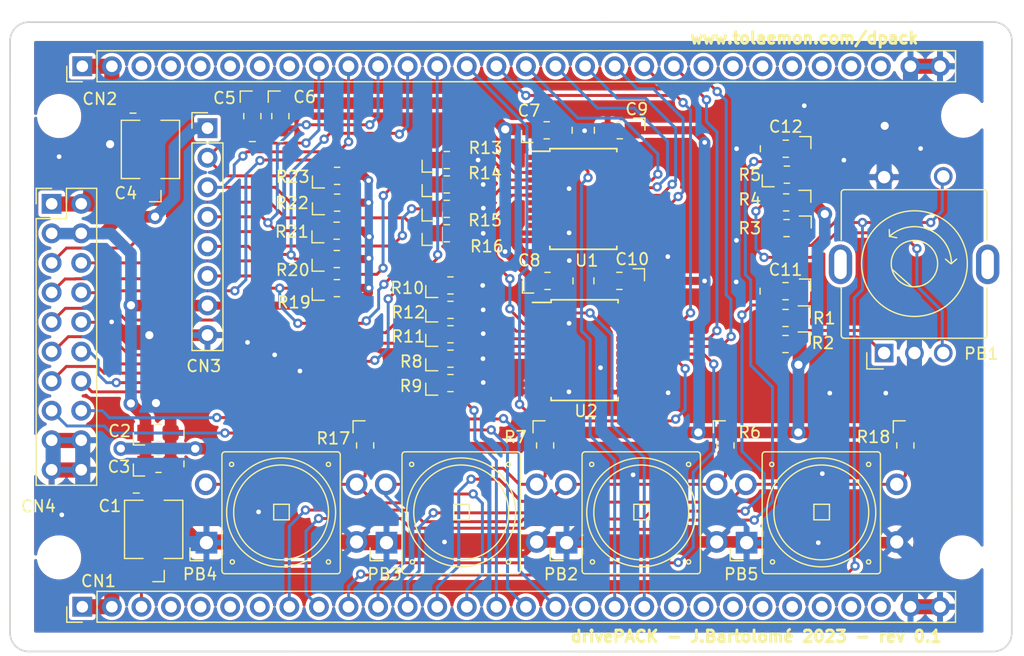
<source format=kicad_pcb>
(kicad_pcb (version 20211014) (generator pcbnew)
  (title_block (title "drive Pack main unit hat board") (date "11 - 2023") (rev "0.1") (company "tolaemon - Jordi Bartolome") (comment 1 "http://www.tolaemon.com/dpack/"))
  (layers (0 "F.Cu" signal) (31 "B.Cu" signal) (34 "B.Paste" user) (35 "F.Paste" user) (36 "B.SilkS" user "B.Silkscreen") (37 "F.SilkS" user "F.Silkscreen") (38 "B.Mask" user) (39 "F.Mask" user) (44 "Edge.Cuts" user))
  (net 0 "")
  (net 1 "GND")
  (net 2 "VCC3.3")
  (net 3 "VCC5")
  (net 4 "/ENC_A")
  (net 5 "/ENC_B")
  (net 6 "/DIR_CTRL")
  (net 7 "/DIR_DATA")
  (net 8 "/PA16")
  (net 9 "/PA15")
  (net 10 "/PA14")
  (net 11 "/PA13")
  (net 12 "/PA12")
  (net 13 "/PA11")
  (net 14 "/PA10")
  (net 15 "/ENC_PUSHB")
  (net 16 "/PA02")
  (net 17 "/LCD_CS")
  (net 18 "/LCD_RS")
  (net 19 "/LCD_RST")
  (net 20 "/LCD_SDA")
  (net 21 "/LCD_SCL")
  (net 22 "/PB10")
  (net 23 "/PB11")
  (net 24 "/PB12")
  (net 25 "/PB13")
  (net 26 "/PB14")
  (net 27 "/PB15")
  (net 28 "/PB16")
  (net 29 "/PB17")
  (net 30 "/!D3")
  (net 31 "/!D2")
  (net 32 "/!D1")
  (net 33 "/!D0")
  (net 34 "/CLCK1")
  (net 35 "/CLCK2")
  (net 36 "/!W\\R")
  (net 37 "/!CS")
  (net 38 "/?")
  (net 39 "Net-(PB1-Pad1)")
  (net 40 "Net-(PB1-Pad3)")
  (footprint "Tolaemon:SMD_C_0.5x0.5cm" (layer "F.Cu") (at 116.69 83.15 90)
    (fp_text reference "C4")
    (fp_text value "10uF")
  )
  (footprint "Tolaemon:SMD_C_0805_2012Metric" (layer "F.Cu") (at 171.27728 95.36938 180)
    (fp_text reference "C11")
    (fp_text value "0.1uF")
  )
  (footprint "Tolaemon:SMD_R_0805_2012Metric" (layer "F.Cu") (at 171.2722 97.67316 180)
    (fp_text reference "R1")
    (fp_text value "10K")
  )
  (footprint "Tolaemon:PinHeader_1x30_P2.54mm_Vertical" (layer "F.Cu") (at 110.8494 122.4892 90)
    (fp_text reference "CN1")
    (fp_text value "PinStrip30")
  )
  (footprint "Tolaemon:SMD_R_0805_2012Metric" (layer "F.Cu") (at 150.5966 108.59262 -90)
    (fp_text reference "R7")
    (fp_text value "1K")
  )
  (footprint "Tolaemon:PinHeader_1x30_P2.54mm_Vertical" (layer "F.Cu") (at 110.8494 76.0392 90)
    (fp_text reference "CN2")
    (fp_text value "PinStrip30")
  )
  (footprint "Tolaemon:MountingHole" (layer "F.Cu") (at 108.8644 80.31734)
    (fp_text reference "MH1" hide)
    (fp_text value "MountingHole")
  )
  (footprint "Tolaemon:MountingHole" (layer "F.Cu") (at 186.49442 80.2894)
    (fp_text reference "MH3" hide)
    (fp_text value "MountingHole")
  )
  (footprint "Tolaemon:MountingHole" (layer "F.Cu") (at 186.38266 118.24716)
    (fp_text reference "MH4" hide)
    (fp_text value "MountingHole")
  )
  (footprint "Tolaemon:SMD_C_0805_2012Metric" (layer "F.Cu") (at 125.45482 80.2892 -90)
    (fp_text reference "C5")
    (fp_text value "0.1uF")
  )
  (footprint "Tolaemon:SMD_C_0805_2012Metric" (layer "F.Cu") (at 150.69312 81.54416)
    (fp_text reference "C7")
    (fp_text value "0.1uF")
  )
  (footprint "Tolaemon:SSOP-24_5.3x8.2mm_P0.65mm" (layer "F.Cu") (at 153.87828 87.44458)
    (fp_text reference "U1")
    (fp_text value "SN74LVC4245A")
  )
  (footprint "Tolaemon:SSOP-24_5.3x8.2mm_P0.65mm" (layer "F.Cu") (at 153.98496 100.43668)
    (fp_text reference "U2")
    (fp_text value "SN74LVC4245A")
  )
  (footprint "Tolaemon:SMD_R_0805_2012Metric" (layer "F.Cu") (at 135.1407 108.59262 -90)
    (fp_text reference "R17")
    (fp_text value "1K")
  )
  (footprint "Tolaemon:SMD_C_0805_2012Metric" (layer "F.Cu") (at 150.76678 94.488)
    (fp_text reference "C8")
    (fp_text value "0.1uF")
  )
  (footprint "Tolaemon:MountingHole" (layer "F.Cu") (at 108.85678 118.24716)
    (fp_text reference "MH2" hide)
    (fp_text value "MountingHole")
  )
  (footprint "Tolaemon:SMD_C_0805_2012Metric" (layer "F.Cu") (at 127.8602 80.2892 -90)
    (fp_text reference "C6")
    (fp_text value "0.1uF")
  )
  (footprint "Tolaemon:SMD_C_0805_2012Metric" (layer "F.Cu") (at 157.00756 94.48546 180)
    (fp_text reference "C10")
    (fp_text value "0.1uF")
  )
  (footprint "Tolaemon:SMD_R_0805_2012Metric" (layer "F.Cu") (at 171.2722 99.91344 180)
    (fp_text reference "R2")
    (fp_text value "1K")
  )
  (footprint "Tolaemon:SMD_C_0805_2012Metric" (layer "F.Cu") (at 171.30014 83.12658 180)
    (fp_text reference "C12")
    (fp_text value "0.1uF")
  )
  (footprint "Tolaemon:SMD_R_0805_2012Metric" (layer "F.Cu") (at 171.33316 87.73922 180)
    (fp_text reference "R4")
    (fp_text value "1K")
  )
  (footprint "Tolaemon:SMD_R_0805_2012Metric" (layer "F.Cu") (at 171.3199 85.3567)
    (fp_text reference "R5")
    (fp_text value "10K")
  )
  (footprint "Tolaemon:SMD_R_0805_2012Metric" (layer "F.Cu") (at 142.116083 84.098702)
    (fp_text reference "R13")
    (fp_text value "75K")
  )
  (footprint "Tolaemon:SMD_R_0805_2012Metric" (layer "F.Cu") (at 142.116083 90.392804)
    (fp_text reference "R16")
    (fp_text value "75K")
  )
  (footprint "Tolaemon:SMD_R_0805_2012Metric" (layer "F.Cu") (at 142.116083 88.29477)
    (fp_text reference "R15")
    (fp_text value "75K")
  )
  (footprint "Tolaemon:SMD_C_0805_2012Metric" (layer "F.Cu") (at 117.35816 110.21108)
    (fp_text reference "C3")
    (fp_text value "0.1uF")
  )
  (footprint "Tolaemon:SMD_R_0805_2012Metric" (layer "F.Cu") (at 142.116083 86.196736)
    (fp_text reference "R14")
    (fp_text value "75K")
  )
  (footprint "Tolaemon:SMD_R_0805_2012Metric" (layer "F.Cu") (at 181.53126 108.59262 -90)
    (fp_text reference "R18")
    (fp_text value "1K")
  )
  (footprint "Tolaemon:SMD_R_0805_2012Metric" (layer "F.Cu") (at 171.36364 89.94902 180)
    (fp_text reference "R3")
    (fp_text value "1K")
  )
  (footprint "Tolaemon:EncoderPushButton" (layer "F.Cu") (at 182.31 93)
    (fp_text reference "PB1")
    (fp_text value "RotaryEncoder")
  )
  (footprint "Tolaemon:PinHeader_2x10_P2.54mm_Vertical" (layer "F.Cu") (at 108.27 88.05)
    (fp_text reference "CN4")
    (fp_text value "PinStrip2x10")
  )
  (footprint "Tolaemon:SMD_C_0805_2012Metric" (layer "F.Cu") (at 117.35816 107.54614)
    (fp_text reference "C2")
    (fp_text value "0.1uF")
  )
  (footprint "Tolaemon:SMD_C_0.5x0.5cm" (layer "F.Cu") (at 116.967 115.80114 90)
    (fp_text reference "C1")
    (fp_text value "10uF")
  )
  (footprint "Tolaemon:PushButtonBig" (layer "F.Cu") (at 174.37608 114.39398 90)
    (fp_text reference "PB5")
    (fp_text value "PushButton")
  )
  (footprint "Tolaemon:PushButtonBig" (layer "F.Cu") (at 127.98806 114.39398 90)
    (fp_text reference "PB4")
    (fp_text value "PushButton")
  )
  (footprint "Tolaemon:PushButtonBig" (layer "F.Cu") (at 158.913406 114.39398 90)
    (fp_text reference "PB2")
    (fp_text value "PushButton")
  )
  (footprint "Tolaemon:SMD_R_0805_2012Metric" (layer "F.Cu") (at 142.431043 96.973932)
    (fp_text reference "R12")
    (fp_text value "75K")
  )
  (footprint "Tolaemon:SMD_R_0805_2012Metric" (layer "F.Cu") (at 142.431043 94.875898)
    (fp_text reference "R10")
    (fp_text value "75K")
  )
  (footprint "Tolaemon:SMD_R_0805_2012Metric" (layer "F.Cu") (at 142.431043 99.071966)
    (fp_text reference "R11")
    (fp_text value "75K")
  )
  (footprint "Tolaemon:SMD_R_0805_2012Metric" (layer "F.Cu") (at 142.431043 103.268038)
    (fp_text reference "R9")
    (fp_text value "75K")
  )
  (footprint "Tolaemon:SMD_R_0805_2012Metric" (layer "F.Cu") (at 142.431043 101.17)
    (fp_text reference "R8")
    (fp_text value "75K")
  )
  (footprint "Tolaemon:SMD_C_0805_2012Metric" (layer "F.Cu") (at 157.04566 81.53908 180)
    (fp_text reference "C9")
    (fp_text value "0.1uF")
  )
  (footprint "Tolaemon:LCD_ST7735" (layer "F.Cu") (at 121.6 81.36)
    (fp_text reference "CN3")
    (fp_text value "LCD_ST7735")
  )
  (footprint "Tolaemon:SMD_R_0805_2012Metric" (layer "F.Cu") (at 166.08298 108.59262 -90)
    (fp_text reference "R6")
    (fp_text value "1K")
  )
  (footprint "Tolaemon:PushButtonBig" (layer "F.Cu") (at 143.450733 114.39398 90)
    (fp_text reference "PB3")
    (fp_text value "PushButton")
  )
  (footprint "Tolaemon:SMD_R_0805_2012Metric" (layer "F.Cu") (at 132.6572 90.170828)
    (fp_text reference "R21")
    (fp_text value "1K")
  )
  (footprint "Tolaemon:SMD_R_0805_2012Metric" (layer "F.Cu") (at 132.68 95.11)
    (fp_text reference "R19")
    (fp_text value "1K")
  )
  (footprint "Tolaemon:SMD_R_0805_2012Metric" (layer "F.Cu") (at 132.67 92.61)
    (fp_text reference "R20")
    (fp_text value "1K")
  )
  (footprint "Tolaemon:SMD_R_0805_2012Metric" (layer "F.Cu") (at 132.6964 87.759586)
    (fp_text reference "R22")
    (fp_text value "1K")
  )
  (footprint "Tolaemon:SMD_R_0805_2012Metric" (layer "F.Cu") (at 132.6964 85.459586)
    (fp_text reference "R23")
    (fp_text value "1K")
  )
  (gr_line (start 189.0694 126.3392) (end 106.2494 126.3332) (layer "Edge.Cuts") (width 0.15))
  (gr_arc (start 106.2494 126.3332) (mid 105.118345 125.867674) (end 104.6466 124.7392) (layer "Edge.Cuts") (width 0.15))
  (gr_arc (start 190.6694 124.7392) (mid 190.200771 125.870571) (end 189.0694 126.3392) (layer "Edge.Cuts") (width 0.15))
  (gr_arc (start 189.0764 72.2392) (mid 190.207771 72.707829) (end 190.6764 73.8392) (layer "Edge.Cuts") (width 0.15))
  (gr_line (start 190.6694 124.7392) (end 190.6764 73.8392) (layer "Edge.Cuts") (width 0.15))
  (gr_arc (start 104.65 73.8392) (mid 105.127939 72.713218) (end 106.2594 72.2484) (layer "Edge.Cuts") (width 0.15))
  (gr_line (start 106.2594 72.2484) (end 189.0764 72.2392) (layer "Edge.Cuts") (width 0.15))
  (gr_line (start 104.65 73.8392) (end 104.6466 124.7392) (layer "Edge.Cuts") (width 0.15))
  (gr_text "www.tolaemon.com/dpack" (at 172.847 73.6092) (layer "F.SilkS") (effects (font (size 1 1) (thickness 0.25))))
  (gr_text "drivePACK - J.Bartolomé 2023 - rev 0.1\n" (at 168.7294 125.0392) (layer "F.SilkS") (effects (font (size 1 1) (thickness 0.25))))
  (segment (start 141.95552 116.92128) (end 149.864233 116.92128) (width 1.3) (layer "F.Cu") (net 1))
  (segment (start 141.95552 116.92128) (end 137.037233 116.92128) (width 1.3) (layer "F.Cu") (net 1))
  (segment (start 155.92806 94.48546) (end 151.84882 94.48546) (width 0.35) (layer "F.Cu") (net 1))
  (segment (start 166.99616 91.02974) (end 167.02532 91.00058) (width 0.35) (layer "F.Cu") (net 1))
  (segment (start 150.1589 90.36958) (end 150.1589 91.01958) (width 0.35) (layer "F.Cu") (net 1))
  (segment (start 167.89908 116.98478) (end 180.72608 116.98478) (width 1) (layer "F.Cu") (net 1))
  (segment (start 118.43766 106.24566) (end 117.17528 104.98328) (width 1) (layer "F.Cu") (net 1))
  (segment (start 155.52542 91.02974) (end 155.52542 91.01958) (width 0.35) (layer "F.Cu") (net 1))
  (segment (start 145.228291 99.071966) (end 145.280923 99.019334) (width 0.7) (layer "F.Cu") (net 1))
  (segment (start 125.0787 81.3687) (end 123.27 79.56) (width 1) (layer "F.Cu") (net 1))
  (segment (start 152.66924 92.73794) (end 151.84628 93.5609) (width 0.7) (layer "F.Cu") (net 1))
  (segment (start 118.43766 107.54614) (end 118.43766 110.21108) (width 1) (layer "F.Cu") (net 1))
  (segment (start 134.40156 116.92128) (end 121.57456 116.92128) (width 1.3) (layer "F.Cu") (net 1))
  (segment (start 114.91844 81.06156) (end 113.24 82.74) (width 1) (layer "F.Cu") (net 1))
  (segment (start 143.195583 84.098702) (end 144.838291 84.098702) (width 0.7) (layer "F.Cu") (net 1))
  (segment (start 155.92552 81.57972) (end 155.96616 81.53908) (width 0.35) (layer "F.Cu") (net 1))
  (segment (start 167.03802 83.12658) (end 165.79342 84.37118) (width 0.35) (layer "F.Cu") (net 1))
  (segment (start 152.69548 98.17184) (end 152.654 98.13036) (width 0.35) (layer "F.Cu") (net 1))
  (segment (start 150.26558 104.01168) (end 152.635793 104.01168) (width 0.35) (layer "F.Cu") (net 1))
  (segment (start 108.3492 108.1995) (end 110.8892 108.1995) (width 1.3) (layer "F.Cu") (net 1))
  (segment (start 116.85143 81.06156) (end 114.91844 81.06156) (width 1) (layer "F.Cu") (net 1))
  (segment (start 165.326906 116.92128) (end 152.499906 116.92128) (width 1) (layer "F.Cu") (net 1))
  (segment (start 137.037233 116.92128) (end 136.973733 116.98478) (width 1.3) (layer "F.Cu") (net 1))
  (segment (start 170.22064 82.42658) (end 170.22064 83.12658) (width 1) (layer "F.Cu") (net 1))
  (segment (start 157.6002 85.17974) (end 156.1228 85.17974) (width 0.35) (layer "F.Cu") (net 1))
  (segment (start 150.1589 90.36958) (end 152.63984 90.36958) (width 0.35) (layer "F.Cu") (net 1))
  (segment (start 157.6002 91.02974) (end 166.99616 91.02974) (width 0.35) (layer "F.Cu") (net 1))
  (segment (start 167.80002 95.36938) (end 167.005 94.57436) (width 0.35) (layer "F.Cu") (net 1))
  (segment (start 143.510543 101.17) (end 145.257349 101.17) (width 0.7) (layer "F.Cu") (net 1))
  (segment (start 155.52542 91.01958) (end 154.86126 90.35542) (width 0.35) (layer "F.Cu") (net 1))
  (segment (start 171.48406 81.16316) (end 170.22064 82.42658) (width 1) (layer "F.Cu") (net 1))
  (segment (start 145.275153 90.392804) (end 145.280923 90.398574) (width 0.7) (layer "F.Cu") (net 1))
  (segment (start 149.864233 116.92128) (end 152.372906 116.92128) (width 1) (layer "F.Cu") (net 1))
  (segment (start 145.325183 90.354314) (end 145.280923 90.398574) (width 0.35) (layer "F.Cu") (net 1))
  (segment (start 145.309917 90.36958) (end 150.1589 90.36958) (width 0.35) (layer "F.Cu") (net 1))
  (segment (start 165.326906 116.92128) (end 167.83558 116.92128) (width 1) (layer "F.Cu") (net 1))
  (segment (start 118.46607 80.97393) (end 116.93906 80.97393) (width 1) (layer "F.Cu") (net 1))
  (segment (start 116.61 99.15) (end 121.59 99.15) (width 1) (layer "F.Cu") (net 1))
  (segment (start 145.280923 90.398574) (end 145.309917 90.36958) (width 0.35) (layer "F.Cu") (net 1))
  (segment (start 117.5766 113.61166) (end 116.96446 113.61166) (width 1) (layer "F.Cu") (net 1))
  (segment (start 120.94972 116.98478) (end 117.5766 113.61166) (width 1) (layer "F.Cu") (net 1))
  (segment (start 167.03802 83.12658) (end 170.22064 83.12658) (width 0.35) (layer "F.Cu") (net 1))
  (segment (start 179.75684 81.16316) (end 179.76 81.16) (width 1) (layer "F.Cu") (net 1))
  (segment (start 181.9694 122.4892) (end 184.5094 122.4892) (width 1.3) (layer "F.Cu") (net 1))
  (segment (start 157.6002 85.17974) (end 159.264997 85.17974) (width 0.35) (layer "F.Cu") (net 1))
  (segment (start 143.195583 90.392804) (end 145.275153 90.392804) (width 0.7) (layer "F.Cu") (net 1))
  (segment (start 171.48406 81.16316) (end 179.75684 81.16316) (width 1) (layer "F.Cu") (net 1))
  (segment (start 145.273357 88.27) (end 145.280923 88.262434) (width 0.7) (layer "F.Cu") (net 1))
  (segment (start 125.45482 81.3687) (end 127.8602 81.3687) (width 1) (layer "F.Cu") (net 1))
  (segment (start 154.74696 86.55558) (end 152.654 86.55558) (width 0.35) (layer "F.Cu") (net 1))
  (segment (start 136.973733 116.98478) (end 134.46506 116.98478) (width 1.3) (layer "F.Cu") (net 1))
  (segment (start 121.57456 116.92128) (end 121.51106 116.98478) (width 1.3) (layer "F.Cu") (net 1))
  (segment (start 154.86126 90.35542) (end 152.654 90.35542) (width 0.35) (layer "F.Cu") (net 1))
  (segment (start 153.98496 81.57972) (end 155.92552 81.57972) (width 0.35) (layer "F.Cu") (net 1))
  (segment (start 151.84882 94.48546) (end 151.84628 94.488) (width 0.35) (layer "F.Cu") (net 1))
  (segment (start 152.645953 104.02184) (end 152.641623 104.01751) (width 0.35) (layer "F.Cu") (net 1))
  (segment (start 143.510543 96.973932) (end 145.276545 96.973932) (width 0.7) (layer "F.Cu") (net 1))
  (segment (start 153.98496 81.57972) (end 151.80818 81.57972) (width 0.35) (layer "F.Cu") (net 1))
  (segment (start 152.372906 116.92128) (end 152.436406 116.98478) (width 1) (layer "F.Cu") (net 1))
  (segment (start 152.63984 90.36958) (end 152.654 90.35542) (width 0.35) (layer "F.Cu") (net 1))
  (segment (start 180.72608 116.98478) (end 180.78958 116.92128) (width 1) (layer "F.Cu") (net 1))
  (segment (start 143.195583 88.29477) (end 143.220353 88.27) (width 0.7) (layer "F.Cu") (net 1))
  (segment (start 157.70688 104.02184) (end 152.645953 104.02184) (width 0.35) (layer "F.Cu") (net 1))
  (segment (start 170.19778 95.36938) (end 167.80002 95.36938) (width 0.35) (layer "F.Cu") (net 1))
  (segment (start 143.510543 99.071966) (end 145.228291 99.071966) (width 0.7) (layer "F.Cu") (net 1))
  (segment (start 157.70688 98.17184) (end 152.69548 98.17184) (width 0.35) (layer "F.Cu") (net 1))
  (segment (start 143.220353 88.27) (end 145.273357 88.27) (width 0.7) (layer "F.Cu") (net 1))
  (segment (start 134.46506 116.98478) (end 134.40156 116.92128) (width 1.3) (layer "F.Cu") (net 1))
  (segment (start 121.59 99.15) (end 121.6 99.14) (width 1) (layer "F.Cu") (net 1))
  (segment (start 167.83558 116.92128) (end 167.89908 116.98478) (width 1) (layer "F.Cu") (net 1))
  (segment (start 156.1228 85.17974) (end 154.74696 86.55558) (width 0.35) (layer "F.Cu") (net 1))
  (segment (start 152.635793 104.01168) (end 152.641623 104.01751) (width 0.35) (layer "F.Cu") (net 1))
  (segment (start 151.84628 93.5609) (end 151.84628 94.488) (width 0.7) (layer "F.Cu") (net 1))
  (segment (start 150.26558 103.36168) (end 150.26558 104.01168) (width 0.35) (layer "F.Cu") (net 1))
  (segment (start 123.27 79.56) (end 119.88 79.56) (width 1) (layer "F.Cu") (net 1))
  (segment (start 121.51106 116.98478) (end 120.94972 116.98478) (width 1) (layer "F.Cu") (net 1))
  (segment (start 181.9694 76.0392) (end 184.5094 76.0392) (width 1.3) (layer "F.Cu") (net 1))
  (segment (start 152.499906 116.92128) (end 152.436406 116.98478) (width 1) (layer "F.Cu") (net 1))
  (segment (start 143.510543 94.875898) (end 145.235898 94.875898) (width 0.7) (layer "F.Cu") (net 1))
  (segment (start 151.80818 81.57972) (end 151.77262 81.54416) (width 0.35) (layer "F.Cu") (net 1))
  (segment (start 119.88 79.56) (end 118.46607 80.97393) (width 1) (layer "F.Cu") (net 1))
  (segment (start 143.195583 86.196736) (end 145.275165 86.196736) (width 0.7) (layer "F.Cu") (net 1))
  (segment (start 165.79342 84.37118) (end 160.073557 84.37118) (width 0.35) (layer "F.Cu") (net 1))
  (segment (start 159.264997 85.17974) (end 160.073557 84.37118) (width 0.35) (layer "F.Cu") (net 1))
  (segment (start 118.43766 107.54614) (end 118.43766 106.24566) (width 1) (layer "F.Cu") (net 1))
  (segment (start 118.43766 112.13846) (end 116.96446 113.61166) (width 1) (layer "F.Cu") (net 1))
  (segment (start 157.6002 91.02974) (end 155.52542 91.02974) (width 0.35) (layer "F.Cu") (net 1))
  (segment (start 143.510543 103.268038) (end 145.230839 103.268038) (width 0.7) (layer "F.Cu") (net 1))
  (segment (start 145.275165 86.196736) (end 145.278383 86.199954) (width 0.7) (layer "F.Cu") (net 1))
  (segment (start 108.3492 110.7395) (end 110.8892 110.7395) (width 1.3) (layer "F.Cu") (net 1))
  (segment (start 145.230839 103.268038) (end 145.280923 103.217954) (width 0.7) (layer "F.Cu") (net 1))
  (segment (start 125.45482 81.3687) (end 125.0787 81.3687) (width 1) (layer "F.Cu") (net 1))
  (segment (start 116.93906 80.97393) (end 116.85143 81.06156) (width 1) (layer "F.Cu") (net 1))
  (segment (start 167.89908 116.98478) (end 167.8343 116.92) (width 1.3) (layer "F.Cu") (net 1))
  (segment (start 118.43766 110.21108) (end 118.43766 112.13846) (width 1) (layer "F.Cu") (net 1))
  (via (at 167.02532 91.00058) (size 0.8) (drill 0.4) (layers "F.Cu" "B.Cu") (net 1))
  (via (at 167.03802 83.12658) (size 0.8) (drill 0.4) (layers "F.Cu" "B.Cu") (net 1))
  (via (at 158.15 111.15) (size 0.8) (drill 0.4) (layers "F.Cu" "B.Cu") (net 1))
  (via (at 141.95552 116.92128) (size 0.8) (drill 0.4) (layers "F.Cu" "B.Cu") (net 1))
  (via (at 145.278383 86.199954) (size 0.8) (drill 0.4) (layers "F.Cu" "B.Cu") (net 1))
  (via (at 179.85 104.13) (size 0.8) (drill 0.4) (layers "F.Cu" "B.Cu") (net 1))
  (via (at 144.838291 84.098702) (size 0.8) (drill 0.4) (layers "F.Cu" "B.Cu") (net 1))
  (via (at 108.86 83.81) (size 0.8) (drill 0.4) (layers "F.Cu" "B.Cu") (net 1))
  (via (at 152.654 98.13036) (size 0.8) (drill 0.4) (layers "F.Cu" "B.Cu") (net 1))
  (via (at 113.37 98.01) (size 0.8) (drill 0.4) (layers "F.Cu" "B.Cu") (net 1))
  (via (at 125.99 114.34) (size 0.8) (drill 0.4) (layers "F.Cu" "B.Cu") (net 1))
  (via (at 179.76 81.16) (size 1.27) (drill 0.7) (layers "F.Cu" "B.Cu") (net 1))
  (via (at 172.85 79.43) (size 0.8) (drill 0.4) (layers "F.Cu" "B.Cu") (net 1))
  (via (at 174.05522 116.98478) (size 0.8) (drill 0.4) (layers "F.Cu" "B.Cu") (net 1))
  (via (at 167.005 94.57436) (size 0.8) (drill 0.4) (layers "F.Cu" "B.Cu") (net 1))
  (via (at 152.641623 104.01751) (size 0.8) (drill 0.4) (layers "F.Cu" "B.Cu") (net 1))
  (via (at 161.13 92.4) (size 0.8) (drill 0.4) (layers "F.Cu" "B.Cu") (net 1))
  (via (at 152.654 90.35542) (size 0.8) (drill 0.4) (layers "F.Cu" "B.Cu") (net 1))
  (via (at 145.235898 94.875898) (size 0.8) (drill 0.4) (layers "F.Cu" "B.Cu") (net 1))
  (via (at 175.04 104.13) (size 0.8) (drill 0.4) (layers "F.Cu" "B.Cu") (net 1))
  (via (at 116.61 99.15) (size 1.27) (drill 0.7) (layers "F.Cu" "B.Cu") (net 1))
  (via (at 125.04 99.77) (size 0.8) (drill 0.4) (layers "F.Cu" "B.Cu") (net 1))
  (via (at 152.66924 92.73794) (size 0.8) (drill 0.4) (layers "F.Cu" "B.Cu") (net 1))
  (via (at 176.25 84.11) (size 0.8) (drill 0.4) (layers "F.Cu" "B.Cu") (net 1))
  (via (at 145.280923 90.398574) (size 0.8) (drill 0.4) (layers "F.Cu" "B.Cu") (net 1))
  (via (at 145.276545 96.973932) (size 0.8) (drill 0.4) (layers "F.Cu" "B.Cu") (net 1))
  (via (at 174.4 111.05) (size 0.8) (drill 0.4) (layers "F.Cu" "B.Cu") (net 1))
  (via (at 113.24 82.74) (size 1.27) (drill 0.7) (layers "F.Cu" "B.Cu") (net 1))
  (via (at 145.280923 99.019334) (size 0.8) (drill 0.4) (layers "F.Cu" "B.Cu") (net 1))
  (via (at 129.54 102.23) (size 0.8) (drill 0.4) (layers "F.Cu" "B.Cu") (net 1))
  (via (at 117.17528 104.98328) (size 1.27) (drill 0.7) (layers "F.Cu" "B.Cu") (net 1))
  (via (at 182.84 83.11) (size 0.8) (drill 0.4) (layers "F.Cu" "B.Cu") (net 1))
  (via (at 145.280923 103.217954) (size 0.8) (drill 0.4) (layers "F.Cu" "B.Cu") (net 1))
  (via (at 127.37 100.84) (size 0.8) (drill 0.4) (layers "F.Cu" "B.Cu") (net 1))
  (via (at 152.654 86.55558) (size 0.8) (drill 0.4) (layers "F.Cu" "B.Cu") (net 1))
  (via (at 155.35 101.95) (size 0.8) (drill 0.4) (layers "F.Cu" "B.Cu") (net 1))
  (via (at 161.16 104.1) (size 0.8) (drill 0.4) (layers "F.Cu" "B.Cu") (net 1))
  (via (at 145.257349 101.17) (size 0.8) (drill 0.4) (layers "F.Cu" "B.Cu") (net 1))
  (via (at 153.98496 81.57972) (size 0.8) (drill 0.4) (layers "F.Cu" "B.Cu") (net 1))
  (via (at 109.09 114.59) (size 0.8) (drill 0.4) (layers "F.Cu" "B.Cu") (net 1))
  (via (at 145.29 88.23) (size 0.8) (drill 0.4) (layers "F.Cu" "B.Cu") (net 1))
  (segment (start 167.02532 91.00058) (end 167.02532 83.13928) (width 0.35) (layer "B.Cu") (net 1))
  (segment (start 167.02532 83.13928) (end 167.03802 83.12658) (width 0.35) (layer "B.Cu") (net 1))
  (segment (start 110.8892 115.32912) (end 112.62106 117.06098) (width 1.3) (layer "B.Cu") (net 1))
  (segment (start 183.19496 114.5159) (end 183.19496 104.54894) (width 1.3) (layer "B.Cu") (net 1))
  (segment (start 145.232046 103.217954) (end 145.280923 103.217954) (width 0.7) (layer "B.Cu") (net 1))
  (segment (start 152.654 98.13036) (end 152.654 109.24032) (width 1) (layer "B.Cu") (net 1))
  (segment (start 117.1829 103.55834) (end 116.58854 102.96398) (width 1) (layer "B.Cu") (net 1))
  (segment (start 120.8405 117.06098) (end 112.62106 117.06098) (width 1.3) (layer "B.Cu") (net 1))
  (segment (start 179.7065 93.50378) (end 179.7065 85.5705) (width 1.3) (layer "B.Cu") (net 1))
  (segment (start 110.8892 115.32912) (end 110.8892 110.7395) (width 1.3) (layer "B.Cu") (net 1))
  (segment (start 152.654 86.55558) (end 152.654 83.88604) (width 1) (layer "B.Cu") (net 1))
  (segment (start 181.9694 78.8506) (end 181.9694 76.0392) (width 1.3) (layer "B.Cu") (net 1))
  (segment (start 110.8892 110.7395) (end 110.8892 108.1995) (width 1.3) (layer "B.Cu") (net 1))
  (segment (start 152.654 90.35542) (end 152.654 86.55558) (width 1) (layer "B.Cu") (net 1))
  (segment (start 141.95552 116.92128) (end 141.95552 106.49448) (width 0.7) (layer "B.Cu") (net 1))
  (segment (start 180.78958 116.92128) (end 183.19496 114.5159) (width 1.3) (layer "B.Cu") (net 1))
  (segment (start 183.19496 104.54894) (end 182.31 103.66398) (width 1.3) (layer "B.Cu") (net 1))
  (segment (start 152.654 98.13036) (end 152.654 92.75064) (width 1) (layer "B.Cu") (net 1))
  (segment (start 116.58854 102.96398) (end 116.58854 91.41206) (width 1) (layer "B.Cu") (net 1))
  (segment (start 152.654 83.88604) (end 153.98496 82.55508) (width 1) (layer "B.Cu") (net 1))
  (segment (start 152.654 92.75064) (end 152.65654 92.75064) (width 0.35) (layer "B.Cu") (net 1))
  (segment (start 152.654 90.35542) (end 152.654 92.7227) (width 1) (layer "B.Cu") (net 1))
  (segment (start 167.005 91.0209) (end 167.02532 91.00058) (width 0.35) (layer "B.Cu") (net 1))
  (segment (start 145.278383 84.538794) (end 144.838291 84.098702) (width 0.7) (layer "B.Cu") (net 1))
  (segment (start 152.654 92.7227) (end 152.66924 92.73794) (width 1) (layer "B.Cu") (net 1))
  (segment (start 182.31 100.6835) (end 182.31 96.10728) (width 1.3) (layer "B.Cu") (net 1))
  (segment (start 145.280923 95.422694) (end 145.280923 94.808014) (width 0.7) (layer "B.Cu") (net 1))
  (segment (start 182.31 103.66398) (end 182.31 100.6835) (width 1.3) (layer "B.Cu") (net 1))
  (segment (start 145.280923 90.279194) (end 145.280923 88.262434) (width 0.7) (layer "B.Cu") (net 1))
  (segment (start 117.17528 104.98328) (end 117.1829 104.97566) (width 1) (layer "B.Cu") (net 1))
  (segment (start 145.280923 97.510574) (end 145.280923 95.422694) (width 0.7) (layer "B.Cu") (net 1))
  (segment (start 145.280923 99.019334) (end 145.280923 97.510574) (width 0.7) (layer "B.Cu") (net 1))
  (segment (start 182.31 96.10728) (end 179.7065 93.50378) (width 1.3) (layer "B.Cu") (net 1))
  (segment (start 153.98496 82.55508) (end 153.98496 81.57972) (width 1) (layer "B.Cu") (net 1))
  (segment (start 179.7065 85.5705) (end 179.7065 81.1135) (width 1.3) (layer "B.Cu") (net 1))
  (segment (start 145.280923 94.808014) (end 145.280923 90.279194) (width 0.7) (layer "B.Cu") (net 1))
  (segment (start 108.3492 108.1995) (end 108.3492 110.7395) (width 1.3) (layer "B.Cu") (net 1))
  (segment (start 145.280923 90.279194) (end 145.280923 90.398574) (width 0.7) (layer "B.Cu") (net 1))
  (segment (start 145.280923 99.628934) (end 145.280923 99.019334) (width 0.7) (layer "B.Cu") (net 1))
  (segment (start 117.1829 104.97566) (end 117.1829 103.55834) (width 1) (layer "B.Cu") (net 1))
  (segment (start 167.005 94.57436) (end 167.005 91.0209) (width 0.35) (layer "B.Cu") (net 1))
  (segment (start 145.278383 86.199954) (end 145.278383 84.538794) (width 0.7) (layer "B.Cu") (net 1))
  (segment (start 181.9694 122.4892) (end 181.9694 118.1011) (width 1.3) (layer "B.Cu") (net 1))
  (segment (start 181.9694 118.1011) (end 180.78958 116.92128) (width 1.3) (layer "B.Cu") (net 1))
  (segment (start 152.654 109.24032) (end 154.47518 111.0615) (width 1) (layer "B.Cu") (net 1))
  (segment (start 145.280923 101.734594) (end 145.280923 99.628934) (width 0.7) (layer "B.Cu") (net 1))
  (segment (start 113.24 88.06352) (end 113.24 82.7464) (width 1) (layer "B.Cu") (net 1))
  (segment (start 154.47518 114.946006) (end 152.436406 116.98478) (width 1) (layer "B.Cu") (net 1))
  (segment (start 179.7065 81.1135) (end 181.9694 78.8506) (width 1.3) (layer "B.Cu") (net 1))
  (segment (start 145.280923 101.734594) (end 145.280923 103.217954) (width 0.7) (layer "B.Cu") (net 1))
  (segment (start 116.58854 91.41206) (end 113.24 88.06352) (width 1) (layer "B.Cu") (net 1))
  (segment (start 154.47518 111.0615) (end 154.47518 114.946006) (width 1) (layer "B.Cu") (net 1))
  (segment (start 141.95552 106.49448) (end 145.232046 103.217954) (width 0.7) (layer "B.Cu") (net 1))
  (segment (start 145.278383 88.264974) (end 145.278383 86.199954) (width 0.7) (layer "B.Cu") (net 1))
  (segment (start 152.65654 92.75064) (end 152.66924 92.73794) (width 0.35) (layer "B.Cu") (net 1))
  (segment (start 121.81 96.61) (end 134.36 96.61) (width 0.7) (layer "F.Cu") (net 2))
  (segment (start 115.97132 118.07444) (end 116.96446 118.07444) (width 1) (layer "F.Cu") (net 2))
  (segment (start 158.08706 94.48546) (end 158.08706 95.22714) (width 0.35) (layer "F.Cu") (net 2))
  (segment (start 157.70688 96.87184) (end 157.70688 97.52184) (width 0.35) (layer "F.Cu") (net 2))
  (segment (start 110.8892 90.4195) (end 112.6505 90.4195) (width 1) (layer "F.Cu") (net 2))
  (segment (start 135.039586 85.459586) (end 135.44 85.86) (width 0.7) (layer "F.Cu") (net 2))
  (segment (start 135.439586 87.759586) (end 135.44 87.76) (width 0.7) (layer "F.Cu") (net 2))
  (segment (start 164.2999 82.41284) (end 163.42614 81.53908) (width 0.7) (layer "F.Cu") (net 2))
  (segment (start 172.41266 87.73922) (end 172.41266 89.91854) (width 1) (layer "F.Cu") (net 2))
  (segment (start 116.20452 110.21108) (end 114.7572 111.6584) (width 1) (layer "F.Cu") (net 2))
  (segment (start 150.5966 107.51312) (end 163.75126 107.51312) (width 1) (layer "F.Cu") (net 2))
  (segment (start 135.1407 107.51312) (end 135.71728 107.51312) (width 1) (layer "F.Cu") (net 2))
  (segment (start 137.02538 108.82122) (end 148.34362 108.82122) (width 1) (layer "F.Cu") (net 2))
  (segment (start 135.71728 107.51312) (end 137.02538 108.82122) (width 1) (layer "F.Cu") (net 2))
  (segment (start 116.27866 108.89742) (end 116.27866 110.21108) (width 1) (layer "F.Cu") (net 2))
  (segment (start 148.34362 108.82122) (end 149.65172 107.51312) (width 1) (layer "F.Cu") (net 2))
  (segment (start 116.80063 117.91061) (end 116.96446 118.07444) (width 1) (layer "F.Cu") (net 2))
  (segment (start 157.6002 83.87974) (end 157.6002 84.52974) (width 0.35) (layer "F.Cu") (net 2))
  (segment (start 113.3894 120.65636) (end 113.3894 122.4892) (width 1.3) (layer "F.Cu") (net 2))
  (segment (start 115.06 96.61) (end 115.02898 96.57898) (width 1) (layer "F.Cu") (net 2))
  (segment (start 158.08706 94.48546) (end 164.28546 94.48546) (width 0.7) (layer "F.Cu") (net 2))
  (segment (start 116.27866 107.54614) (end 116.27866 106.27106) (width 1) (layer "F.Cu") (net 2))
  (segment (start 116.27866 110.21108) (end 116.20452 110.21108) (width 1) (layer "F.Cu") (net 2))
  (segment (start 133.00964 108.90758) (end 134.4041 107.51312) (width 1) (layer "F.Cu") (net 2))
  (segment (start 117.09 88.98) (end 117.1 88.97) (width 1) (layer "F.Cu") (net 2))
  (segment (start 133.7795 95.09) (end 133.7595 95.11) (width 0.7) (layer "F.Cu") (net 2))
  (segment (start 166.08298 107.51312) (end 172.33646 107.51312) (width 1) (layer "F.Cu") (net 2))
  (segment (start 164.28546 94.48546) (end 164.29 94.49) (width 0.7) (layer "F.Cu") (net 2))
  (segment (start 157.6002 83.13338) (end 158.12516 82.60842) (width 0.35) (layer "F.Cu") (net 2))
  (segment (start 163.42614 81.53908) (end 158.12516 81.53908) (width 0.7) (layer "F.Cu") (net 2))
  (segment (start 134.4041 107.51312) (end 135.1407 107.51312) (width 1) (layer "F.Cu") (net 2))
  (segment (start 135.47 90.69) (end 135.49 90.69) (width 0.7) (layer "F.Cu") (net 2))
  (segment (start 115.97132 118.07444) (end 113.3894 120.65636) (width 1.3) (layer "F.Cu") (net 2))
  (segment (start 157.70688 95.60732) (end 157.70688 96.87184) (width 0.35) (layer "F.Cu") (net 2))
  (segment (start 135.039586 85.459586) (end 133.7759 85.459586) (width 0.7) (layer "F.Cu") (net 2))
  (segment (start 134.950828 90.170828) (end 135.47 90.69) (width 0.7) (layer "F.Cu") (net 2))
  (segment (start 116.27866 108.89742) (end 114.16792 108.89742) (width 1) (layer "F.Cu") (net 2))
  (segment (start 158.12516 82.60842) (end 158.12516 81.53908) (width 0.35) (layer "F.Cu") (net 2))
  (segment (start 121.81 96.61) (end 115.06 96.61) (width 1) (layer "F.Cu") (net 2))
  (segment (start 164.2999 82.58302) (end 164.2999 82.41284) (width 0.7) (layer "F.Cu") (net 2))
  (segment (start 149.65172 107.51312) (end 150.5966 107.51312) (width 1) (layer "F.Cu") (net 2))
  (segment (start 116.27866 106.27106) (end 115.0239 105.0163) (width 1) (layer "F.Cu") (net 2))
  (segment (start 172.3517 99.91344) (end 172.3517 101.69144) (width 1) (layer "F.Cu") (net 2))
  (segment (start 172.41266 89.91854) (end 172.44314 89.94902) (width 1) (layer "F.Cu") (net 2))
  (segment (start 114.7572 111.6584) (end 114.7572 115.86718) (width 1) (layer "F.Cu") (net 2))
  (segment (start 114.16792 108.89742) (end 114.1603 108.8898) (width 1) (layer "F.Cu") (net 2))
  (segment (start 158.08706 95.22714) (end 157.70688 95.60732) (width 0.35) (layer "F.Cu") (net 2))
  (segment (start 163.75126 107.51312) (end 165.89756 107.51312) (width 1) (layer "F.Cu") (net 2))
  (segment (start 133.7759 87.759586) (end 135.439586 87.759586) (width 0.7) (layer "F.Cu") (net 2))
  (segment (start 135.46 95.09) (end 133.7795 95.09) (width 0.7) (layer "F.Cu") (net 2))
  (segment (start 157.6002 83.87974) (end 157.6002 83.13338) (width 0.35) (layer "F.Cu") (net 2))
  (segment (start 135.390414 92.609586) (end 135.46 92.54) (width 0.7) (layer "F.Cu") (net 2))
  (segment (start 133.7367 90.170828) (end 134.950828 90.170828) (width 0.7) (layer "F.Cu") (net 2))
  (segment (start 110.8494 122.4892) (end 113.3894 122.4892) (width 1.3) (layer "F.Cu") (net 2))
  (segment (start 172.42536 87.75192) (end 172.41266 87.73922) (width 1) (layer "F.Cu") (net 2))
  (segment (start 134.36 96.61) (end 135.46 95.51) (width 0.7) (layer "F.Cu") (net 2))
  (segment (start 172.33646 107.51312) (end 181.53126 107.51312) (width 1) (layer "F.Cu") (net 2))
  (segment (start 174.60976 88.7349) (end 173.62678 87.75192) (width 1) (layer "F.Cu") (net 2))
  (segment (start 116.27866 107.54614) (end 116.27866 108.89742) (width 1) (layer "F.Cu") (net 2))
  (segment (start 133.7859 92.609586) (end 135.390414 92.609586) (width 0.7) (layer "F.Cu") (net 2))
  (segment (start 114.09 88.98) (end 117.09 88.98) (width 1) (layer "F.Cu") (net 2))
  (segment (start 112.6505 90.4195) (end 114.09 88.98) (width 1) (layer "F.Cu") (net 2))
  (segment (start 120.54586 108.90758) (end 133.00964 108.90758) (width 1) (layer "F.Cu") (net 2))
  (segment (start 173.62678 87.75192) (end 172.42536 87.75192) (width 1) (layer "F.Cu") (net 2))
  (segment (start 114.7572 115.86718) (end 116.80063 117.91061) (width 1) (layer "F.Cu") (net 2))
  (segment (start 135.46 95.51) (end 135.46 95.09) (width 0.7) (layer "F.Cu") (net 2))
  (via (at 164.2999 82.58302) (size 0.8) (drill 0.4) (layers "F.Cu" "B.Cu") (net 2))
  (via (at 114.1603 108.8898) (size 1.27) (drill 0.7) (layers "F.Cu" "B.Cu") (net 2))
  (via (at 172.3517 101.69144) (size 1.27) (drill 0.7) (layers "F.Cu" "B.Cu") (net 2))
  (via (at 172.33646 107.51312) (size 1.27) (drill 0.7) (layers "F.Cu" "B.Cu") (net 2))
  (via (at 135.44 87.76) (size 0.8) (drill 0.4) (layers "F.Cu" "B.Cu") (net 2))
  (via (at 135.49 90.69) (size 0.8) (drill 0.4) (layers "F.Cu" "B.Cu") (net 2))
  (via (at 135.44 85.86) (size 0.8) (drill 0.4) (layers "F.Cu" "B.Cu") (net 2))
  (via (at 115.02898 96.57898) (size 1.27) (drill 0.7) (layers "F.Cu" "B.Cu") (net 2))
  (via (at 164.29 94.49) (size 0.8) (drill 0.4) (layers "F.Cu" "B.Cu") (net 2))
  (via (at 135.46 95.09) (size 0.8) (drill 0.4) (layers "F.Cu" "B.Cu") (net 2))
  (via (at 163.75126 107.51312) (size 1.27) (drill 0.7) (layers "F.Cu" "B.Cu") (net 2))
  (via (at 174.60976 88.7349) (size 1.27) (drill 0.7) (layers "F.Cu" "B.Cu") (net 2))
  (via (at 115.0239 105.0163) (size 1.27) (drill 0.7) (layers "F.Cu" "B.Cu") (net 2))
  (via (at 120.54586 108.90758) (size 1.27) (drill 0.7) (layers "F.Cu" "B.Cu") (net 2))
  (via (at 117.1 88.97) (size 1.27) (drill 0.7) (layers "F.Cu" "B.Cu") (net 2))
  (via (at 135.46 92.54) (size 0.8) (drill 0.4) (layers "F.Cu" "B.Cu") (net 2))
  (segment (start 115.02898 96.57898) (end 115.02898 105.01122) (width 1) (layer "B.Cu") (net 2))
  (segment (start 173.98746 100.05568) (end 173.98746 92.06484) (width 1) (layer "B.Cu") (net 2))
  (segment (start 164.2999 97.70618) (end 163.8173 98.18878) (width 1) (layer "B.Cu") (net 2))
  (segment (start 113.32522 90.4195) (end 110.8892 90.4195) (width 1) (layer "B.Cu") (net 2))
  (segment (start 173.98746 91.71432) (end 174.60976 91.09202) (width 1) (layer "B.Cu") (net 2))
  (segment (start 172.3517 101.69144) (end 173.98746 100.05568) (width 1) (layer "B.Cu") (net 2))
  (segment (start 174.60976 91.09202) (end 174.60976 88.7349) (width 1) (layer "B.Cu") (net 2))
  (segment (start 118.76 87.31) (end 117.07 89) (width 1) (layer "B.Cu") (net 2))
  (segment (start 118.76 82.99) (end 118.76 87.31) (width 1) (layer "B.Cu") (net 2))
  (segment (start 135.44 87.76) (end 135.44 85.86) (width 0.7) (layer "B.Cu") (net 2))
  (segment (start 173.98746 92.06484) (end 173.98746 91.71432) (width 1) (layer "B.Cu") (net 2))
  (segment (start 172.3517 101.69144) (end 172.3517 107.49788) (width 1) (layer "B.Cu") (net 2))
  (segment (start 163.8173 107.44708) (end 163.75126 107.51312) (width 1) (layer "B.Cu") (net 2))
  (segment (start 120.38 81.37) (end 118.76 82.99) (width 1) (layer "B.Cu") (net 2))
  (segment (start 115.02898 92.12326) (end 115.02898 96.57898) (width 1) (layer "B.Cu") (net 2))
  (segment (start 115.02898 105.01122) (end 115.0239 105.0163) (width 1) (layer "B.Cu") (net 2))
  (segment (start 135.46 87.78) (end 135.44 87.76) (width 0.7) (layer "B.Cu") (net 2))
  (segment (start 121.81 81.37) (end 120.38 81.37) (width 1) (layer "B.Cu") (net 2))
  (segment (start 164.2999 94.4999) (end 164.29 94.49) (width 1) (layer "B.Cu") (net 2))
  (segment (start 114.1603 108.8898) (end 120.52808 108.8898) (width 1) (layer "B.Cu") (net 2))
  (segment (start 164.29 94.49) (end 164.29 82.59292) (width 1) (layer "B.Cu") (net 2))
  (segment (start 135.46 92.54) (end 135.46 87.78) (width 0.7) (layer "B.Cu") (net 2))
  (segment (start 164.29 82.59292) (end 164.2999 82.58302) (width 0.7) (layer "B.Cu") (net 2))
  (segment (start 135.46 95.09) (end 135.46 92.54) (width 0.7) (layer "B.Cu") (net 2))
  (segment (start 172.3517 107.49788) (end 172.33646 107.51312) (width 1) (layer "B.Cu") (net 2))
  (segment (start 164.2999 97.70618) (end 164.2999 94.4999) (width 1) (layer "B.Cu") (net 2))
  (segment (start 163.8173 98.18878) (end 163.8173 107.44708) (width 1) (layer "B.Cu") (net 2))
  (segment (start 120.52808 108.8898) (end 120.54586 108.90758) (width 1) (layer "B.Cu") (net 2))
  (segment (start 115.02898 92.12326) (end 113.32522 90.4195) (width 1) (layer "B.Cu") (net 2))
  (segment (start 108.3492 90.4195) (end 110.8892 90.4195) (width 1) (layer "B.Cu") (net 2))
  (segment (start 150.1589 83.5189) (end 149.61362 82.97362) (width 0.35) (layer "F.Cu") (net 3))
  (segment (start 150.26558 95.8791) (end 150.26558 96.86168) (width 0.35) (layer "F.Cu") (net 3))
  (segment (start 113.49 78.17) (end 113.3894 78.2706) (width 1) (layer "F.Cu") (net 3))
  (segment (start 144.9197 79.2097) (end 147.17 81.46) (width 1) (layer "F.Cu") (net 3))
  (segment (start 115.93671 85.43671) (end 115.94 85.44) (width 1.3) (layer "F.Cu") (net 3))
  (segment (start 115.93671 85.43671) (end 116.67405 85.43671) (width 0.7) (layer "F.Cu") (net 3))
  (segment (start 124.46 78.17) (end 113.49 78.17) (width 1) (layer "F.Cu") (net 3))
  (segment (start 110.8494 76.0392) (end 113.3894 76.0392) (width 1.3) (layer "F.Cu") (net 3))
  (segment (start 127.8602 79.2097) (end 125.45482 79.2097) (width 1) (layer "F.Cu") (net 3))
  (segment (start 149.68728 95.3008) (end 150.26558 95.8791) (width 0.35) (layer "F.Cu") (net 3))
  (segment (start 147.17 81.46) (end 149.52946 81.46) (width 1) (layer "F.Cu") (net 3))
  (segment (start 116.67405 85.43671) (end 116.68746 85.4233) (width 0.7) (layer "F.Cu") (net 3))
  (segment (start 149.678 94.488) (end 147.16 91.97) (width 0.7) (layer "F.Cu") (net 3))
  (segment (start 125.45482 79.2097) (end 125.45482 79.16482) (width 1) (layer "F.Cu") (net 3))
  (segment (start 113.3894 79.57694) (end 111.57966 81.38668) (width 1.3) (layer "F.Cu") (net 3))
  (segment (start 149.61362 82.97362) (end 149.61362 81.54416) (width 0.35) (layer "F.Cu") (net 3))
  (segment (start 113.3894 76.0392) (end 113.3894 78.2706) (width 1.3) (layer "F.Cu") (net 3))
  (segment (start 127.8602 79.2097) (end 144.9197 79.2097) (width 1) (layer "F.Cu") (net 3))
  (segment (start 149.68728 94.488) (end 149.678 94.488) (width 0.7) (layer "F.Cu") (net 3))
  (segment (start 115.40363 85.43671) (end 115.93671 85.43671) (width 1.3) (layer "F.Cu") (net 3))
  (segment (start 108.3492 87.8795) (end 110.8892 87.8795) (width 1.3) (layer "F.Cu") (net 3))
  (segment (start 110.8892 87.8795) (end 112.96084 87.8795) (width 1.3) (layer "F.Cu") (net 3))
  (segment (start 150.1589 83.86958) (end 150.1589 83.5189) (width 0.35) (layer "F.Cu") (net 3))
  (segment (start 113.3894 78.2706) (end 113.3894 79.57694) (width 1.3) (layer "F.Cu") (net 3))
  (segment (start 149.52946 81.46) (end 149.61362 81.54416) (width 1) (layer "F.Cu") (net 3))
  (segment (start 111.57966 87.18904) (end 110.8892 87.8795) (width 1.3) (layer "F.Cu") (net 3))
  (segment (start 149.68728 94.488) (end 149.68728 95.3008) (width 0.35) (layer "F.Cu") (net 3))
  (segment (start 111.57966 81.38668) (end 111.57966 87.18904) (width 1.3) (layer "F.Cu") (net 3))
  (segment (start 112.96084 87.8795) (end 115.40363 85.43671) (width 1.3) (layer "F.Cu") (net 3))
  (segment (start 125.45482 79.16482) (end 124.46 78.17) (width 1) (layer "F.Cu") (net 3))
  (via (at 147.16 91.97) (size 0.8) (drill 0.4) (layers "F.Cu" "B.Cu") (net 3))
  (via (at 147.17 81.46) (size 1.27) (drill 0.7) (layers "F.Cu" "B.Cu") (net 3))
  (segment (start 147.17 92.02) (end 147.17 81.46) (width 1) (layer "B.Cu") (net 3))
  (segment (start 168.34612 96.56064) (end 167.49522 97.41154) (width 0.254) (layer "F.Cu") (net 4))
  (segment (start 140.0968 115.18194) (end 139.09548 114.18062) (width 0.254) (layer "F.Cu") (net 4))
  (segment (start 172.35678 97.66808) (end 172.3517 97.67316) (width 0.254) (layer "F.Cu") (net 4))
  (segment (start 142.080794 115.18) (end 142.078854 115.18194) (width 0.254) (layer "F.Cu") (net 4))
  (segment (start 148.5228 115.18) (end 142.080794 115.18) (width 0.254) (layer "F.Cu") (net 4))
  (segment (start 154.20086 114.95024) (end 159.02686 114.95024) (width 0.25) (layer "F.Cu") (net 4))
  (segment (start 171.2468 96.56064) (end 168.34612 96.56064) (width 0.254) (layer "F.Cu") (net 4))
  (segment (start 159.02686 114.95024) (end 159.7025 114.2746) (width 0.25) (layer "F.Cu") (net 4))
  (segment (start 159.7025 114.2746) (end 162.30346 114.2746) (width 0.25) (layer "F.Cu") (net 4))
  (segment (start 142.078854 115.18194) (end 140.0968 115.18194) (width 0.254) (layer "F.Cu") (net 4))
  (segment (start 148.75256 114.95024) (end 148.5228 115.18) (width 0.254) (layer "F.Cu") (net 4))
  (segment (start 154.20086 114.95024) (end 148.75256 114.95024) (width 0.254) (layer "F.Cu") (net 4))
  (segment (start 139.09548 114.18062) (end 130.01244 114.18062) (width 0.254) (layer "F.Cu") (net 4))
  (segment (start 172.3517 97.67316) (end 172.3517 97.66554) (width 0.254) (layer "F.Cu") (net 4))
  (segment (start 172.3517 97.66554) (end 171.2468 96.56064) (width 0.254) (layer "F.Cu") (net 4))
  (segment (start 167.77716 114.2746) (end 162.30346 114.2746) (width 0.254) (layer "F.Cu") (net 4))
  (segment (start 172.35678 95.36938) (end 172.35678 97.66808) (width 0.254) (layer "F.Cu") (net 4))
  (via (at 167.77716 114.2746) (size 0.8) (drill 0.4) (layers "F.Cu" "B.Cu") (net 4))
  (via (at 130.01244 114.18062) (size 0.8) (drill 0.4) (layers "F.Cu" "B.Cu") (net 4))
  (via (at 167.49522 97.41154) (size 0.8) (drill 0.4) (layers "F.Cu" "B.Cu") (net 4))
  (segment (start 169.41546 112.6363) (end 167.77716 114.2746) (width 0.254) (layer "B.Cu") (net 4))
  (segment (start 169.418 112.6363) (end 169.41546 112.6363) (width 0.254) (layer "B.Cu") (net 4))
  (segment (start 169.418 112.6363) (end 169.418 111.04118) (width 0.254) (layer "B.Cu") (net 4))
  (segment (start 128.6294 115.56366) (end 130.01244 114.18062) (width 0.254) (layer "B.Cu") (net 4))
  (segment (start 169.418 111.04118) (end 167.49522 109.1184) (width 0.254) (layer "B.Cu") (net 4))
  (segment (start 128.6294 122.4892) (end 128.6294 115.56366) (width 0.254) (layer "B.Cu") (net 4))
  (segment (start 167.49522 97.41154) (end 167.49522 109.1184) (width 0.254) (layer "B.Cu") (net 4))
  (segment (start 153.7843 115.42268) (end 149.11832 115.42268) (width 0.254) (layer "F.Cu") (net 5))
  (segment (start 131.1402 114.90762) (end 138.20486 114.90762) (width 0.25) (layer "F.Cu") (net 5))
  (segment (start 138.20486 114.90762) (end 139.03724 115.74) (width 0.25) (layer "F.Cu") (net 5))
  (segment (start 168.52138 84.23148) (end 168.529 84.2391) (width 0.254) (layer "F.Cu") (net 5))
  (segment (start 172.37964 85.33694) (end 172.3994 85.3567) (width 0.35) (layer "F.Cu") (net 5))
  (segment (start 161.85134 115.84178) (end 154.19324 115.84178) (width 0.254) (layer "F.Cu") (net 5))
  (segment (start 168.529 84.2391) (end 171.2818 84.2391) (width 0.254) (layer "F.Cu") (net 5))
  (segment (start 153.7843 115.43284) (end 153.7843 115.42268) (width 0.254) (layer "F.Cu") (net 5))
  (segment (start 172.37964 83.12658) (end 172.37964 85.33694) (width 0.35) (layer "F.Cu") (net 5))
  (segment (start 154.19324 115.84178) (end 153.7843 115.43284) (width 0.254) (layer "F.Cu") (net 5))
  (segment (start 149.11832 115.42268) (end 148.801 115.74) (width 0.254) (layer "F.Cu") (net 5))
  (segment (start 171.2818 84.2391) (end 172.3994 85.3567) (width 0.254) (layer "F.Cu") (net 5))
  (segment (start 148.801 115.74) (end 139.03724 115.74) (width 0.254) (layer "F.Cu") (net 5))
  (segment (start 168.55694 115.04168) (end 162.65144 115.04168) (width 0.254) (layer "F.Cu") (net 5))
  (segment (start 162.65144 115.04168) (end 161.85134 115.84178) (width 0.254) (layer "F.Cu") (net 5))
  (via (at 168.52138 84.23148) (size 0.8) (drill 0.4) (layers "F.Cu" "B.Cu") (net 5))
  (via (at 168.55694 115.04168) (size 0.8) (drill 0.4) (layers "F.Cu" "B.Cu") (net 5))
  (via (at 131.1402 114.90762) (size 0.8) (drill 0.4) (layers "F.Cu" "B.Cu") (net 5))
  (segment (start 130.0607 121.3805) (end 130.09372 121.41352) (width 0.25) (layer "B.Cu") (net 5))
  (segment (start 170.11904 113.47958) (end 170.11904 103.6066) (width 0.254) (layer "B.Cu") (net 5))
  (segment (start 168.24706 101.73462) (end 168.24706 94.4118) (width 0.254) (layer "B.Cu") (net 5))
  (segment (start 167.79494 93.95968) (end 167.79494 84.95792) (width 0.254) (layer "B.Cu") (net 5))
  (segment (start 131.1402 114.90762) (end 130.0607 115.98712) (width 0.25) (layer "B.Cu") (net 5))
  (segment (start 167.79494 84.95792) (end 168.52138 84.23148) (width 0.254) (layer "B.Cu") (net 5))
  (segment (start 168.55694 115.04168) (end 170.11904 113.47958) (width 0.254) (layer "B.Cu") (net 5))
  (segment (start 170.11904 103.6066) (end 168.24706 101.73462) (width 0.254) (layer "B.Cu") (net 5))
  (segment (start 131.1694 122.4892) (end 130.09372 121.41352) (width 0.254) (layer "B.Cu") (net 5))
  (segment (start 168.24706 94.4118) (end 167.79494 93.95968) (width 0.254) (layer "B.Cu") (net 5))
  (segment (start 130.0607 115.98712) (end 130.0607 121.3805) (width 0.25) (layer "B.Cu") (net 5))
  (segment (start 151.82488 97.51168) (end 152.0952 97.24136) (width 0.254) (layer "F.Cu") (net 6))
  (segment (start 150.26558 97.51168) (end 151.82488 97.51168) (width 0.254) (layer "F.Cu") (net 6))
  (segment (start 152.0952 97.24136) (end 154.45232 97.24136) (width 0.254) (layer "F.Cu") (net 6))
  (via (at 154.45232 97.24136) (size 0.8) (drill 0.4) (layers "F.Cu" "B.Cu") (net 6))
  (segment (start 154.45232 97.24136) (end 156.34208 99.13112) (width 0.254) (layer "B.Cu") (net 6))
  (segment (start 159.1094 109.67084) (end 156.34208 106.90352) (width 0.254) (layer "B.Cu") (net 6))
  (segment (start 156.34208 106.90352) (end 156.34208 99.13112) (width 0.254) (layer "B.Cu") (net 6))
  (segment (start 159.1094 122.4892) (end 159.1094 109.67084) (width 0.254) (layer "B.Cu") (net 6))
  (segment (start 153.73712 84.51958) (end 154.2796 85.06206) (width 0.254) (layer "F.Cu") (net 7))
  (segment (start 154.2796 85.06206) (end 154.2796 85.61324) (width 0.254) (layer "F.Cu") (net 7))
  (segment (start 150.1589 84.51958) (end 153.73712 84.51958) (width 0.254) (layer "F.Cu") (net 7))
  (via (at 154.2796 85.61324) (size 0.8) (drill 0.4) (layers "F.Cu" "B.Cu") (net 7))
  (segment (start 156.5694 109.88674) (end 154.45994 107.77728) (width 0.254) (layer "B.Cu") (net 7))
  (segment (start 153.7208 86.17204) (end 154.2796 85.61324) (width 0.254) (layer "B.Cu") (net 7))
  (segment (start 153.7208 98.79076) (end 153.7208 86.17204) (width 0.254) (layer "B.Cu") (net 7))
  (segment (start 154.45994 107.77728) (end 154.45994 99.5299) (width 0.254) (layer "B.Cu") (net 7))
  (segment (start 156.5694 122.4892) (end 156.5694 109.88674) (width 0.254) (layer "B.Cu") (net 7))
  (segment (start 154.45994 99.5299) (end 153.7208 98.79076) (width 0.254) (layer "B.Cu") (net 7))
  (segment (start 143.19 106.35) (end 146.99 106.35) (width 0.254) (layer "F.Cu") (net 8))
  (segment (start 132.30704 106.23296) (end 133.068479 105.471521) (width 0.254) (layer "F.Cu") (net 8))
  (segment (start 137.97 106.04) (end 142.88 106.04) (width 0.254) (layer "F.Cu") (net 8))
  (segment (start 142.88 106.04) (end 143.19 106.35) (width 0.254) (layer "F.Cu") (net 8))
  (segment (start 133.068479 105.471521) (end 137.401521 105.471521) (width 0.254) (layer "F.Cu") (net 8))
  (segment (start 137.401521 105.471521) (end 137.97 106.04) (width 0.254) (layer "F.Cu") (net 8))
  (segment (start 122.4026 106.23296) (end 132.30704 106.23296) (width 0.254) (layer "F.Cu") (net 8))
  (segment (start 146.99 106.35) (end 147.02 106.32) (width 0.254) (layer "F.Cu") (net 8))
  (via (at 122.4026 106.23296) (size 0.8) (drill 0.4) (layers "F.Cu" "B.Cu") (net 8))
  (via (at 147.02 106.32) (size 0.8) (drill 0.4) (layers "F.Cu" "B.Cu") (net 8))
  (segment (start 148.35632 111.608631) (end 148.3614 111.613711) (width 0.254) (layer "B.Cu") (net 8))
  (segment (start 113.1824 106.2482) (end 112.5737 105.6395) (width 0.254) (layer "B.Cu") (net 8))
  (segment (start 147.02 106.32) (end 147.0616 106.32) (width 0.254) (layer "B.Cu") (net 8))
  (segment (start 147.0616 106.32) (end 148.35632 107.61472) (width 0.254) (layer "B.Cu") (net 8))
  (segment (start 112.5737 105.6395) (end 110.7592 105.6395) (width 0.254) (layer "B.Cu") (net 8))
  (segment (start 122.38736 106.2482) (end 113.1824 106.2482) (width 0.254) (layer "B.Cu") (net 8))
  (segment (start 148.3614 119.3612) (end 151.4894 122.4892) (width 0.254) (layer "B.Cu") (net 8))
  (segment (start 148.3614 111.613711) (end 148.3614 119.3612) (width 0.254) (layer "B.Cu") (net 8))
  (segment (start 122.4026 106.23296) (end 122.38736 106.2482) (width 0.254) (layer "B.Cu") (net 8))
  (segment (start 148.35632 107.61472) (end 148.35632 111.608631) (width 0.254) (layer "B.Cu") (net 8))
  (segment (start 145.96872 107.29468) (end 137.56468 107.29468) (width 0.254) (layer "F.Cu") (net 9))
  (segment (start 136.48772 106.21772) (end 133.58228 106.21772) (width 0.254) (layer "F.Cu") (net 9))
  (segment (start 132.24116 107.55884) (end 123.09602 107.55884) (width 0.254) (layer "F.Cu") (net 9))
  (segment (start 133.58228 106.21772) (end 132.24116 107.55884) (width 0.254) (layer "F.Cu") (net 9))
  (segment (start 137.56468 107.29468) (end 136.48772 106.21772) (width 0.254) (layer "F.Cu") (net 9))
  (via (at 123.09602 107.55884) (size 0.8) (drill 0.4) (layers "F.Cu" "B.Cu") (net 9))
  (via (at 145.96872 107.29468) (size 0.8) (drill 0.4) (layers "F.Cu" "B.Cu") (net 9))
  (segment (start 123.09602 107.55884) (end 113.33734 107.55884) (width 0.254) (layer "B.Cu") (net 9))
  (segment (start 148.099401 121.639201) (end 148.095841 121.639201) (width 0.254) (layer "B.Cu") (net 9))
  (segment (start 148.9494 122.4892) (end 148.099401 121.639201) (width 0.254) (layer "B.Cu") (net 9))
  (segment (start 109.53402 106.95432) (end 108.2192 105.6395) (width 0.254) (layer "B.Cu") (net 9))
  (segment (start 148.095841 121.639201) (end 147.36572 120.90908) (width 0.254) (layer "B.Cu") (net 9))
  (segment (start 113.33734 107.55884) (end 112.73282 106.95432) (width 0.254) (layer "B.Cu") (net 9))
  (segment (start 112.73282 106.95432) (end 109.53402 106.95432) (width 0.254) (layer "B.Cu") (net 9))
  (segment (start 147.36572 120.90908) (end 147.36572 108.69168) (width 0.254) (layer "B.Cu") (net 9))
  (segment (start 147.36572 108.69168) (end 145.96872 107.29468) (width 0.254) (layer "B.Cu") (net 9))
  (segment (start 117.73154 104.02316) (end 111.68286 104.02316) (width 0.25) (layer "F.Cu") (net 10))
  (segment (start 143.9065 105.03) (end 144.49 105.6135) (width 0.254) (layer "F.Cu") (net 10))
  (segment (start 137.69 104.34) (end 138.38 105.03) (width 0.254) (layer "F.Cu") (net 10))
  (segment (start 117.87124 104.02316) (end 118.5926 104.74452) (width 0.254) (layer "F.Cu") (net 10))
  (segment (start 117.73154 104.02316) (end 117.87124 104.02316) (width 0.254) (layer "F.Cu") (net 10))
  (segment (start 111.68286 104.02316) (end 110.7592 103.0995) (width 0.25) (layer "F.Cu") (net 10))
  (segment (start 117.73154 104.02316) (end 117.74678 104.02316) (width 0.25) (layer "F.Cu") (net 10))
  (segment (start 119.0057 105.15) (end 131.8 105.15) (width 0.254) (layer "F.Cu") (net 10))
  (segment (start 118.60022 104.74452) (end 119.0057 105.15) (width 0.254) (layer "F.Cu") (net 10))
  (segment (start 138.38 105.03) (end 143.9065 105.03) (width 0.254) (layer "F.Cu") (net 10))
  (segment (start 118.5926 104.74452) (end 118.60022 104.74452) (width 0.254) (layer "F.Cu") (net 10))
  (segment (start 131.8 105.15) (end 132.61 104.34) (width 0.254) (layer "F.Cu") (net 10))
  (segment (start 132.61 104.34) (end 137.69 104.34) (width 0.254) (layer "F.Cu") (net 10))
  (via (at 144.49 105.6135) (size 0.8) (drill 0.4) (layers "F.Cu" "B.Cu") (net 10))
  (segment (start 146.4094 109.92992) (end 146.4094 122.4892) (width 0.254) (layer "B.Cu") (net 10))
  (segment (start 145.05564 108.62564) (end 145.10512 108.62564) (width 0.254) (layer "B.Cu") (net 10))
  (segment (start 144.56 108.13) (end 145.05564 108.62564) (width 0.254) (layer "B.Cu") (net 10))
  (segment (start 145.10512 108.62564) (end 146.4094 109.92992) (width 0.254) (layer "B.Cu") (net 10))
  (segment (start 144.56 105.6835) (end 144.56 108.13) (width 0.254) (layer "B.Cu") (net 10))
  (segment (start 144.49 105.6135) (end 144.56 105.6835) (width 0.254) (layer "B.Cu") (net 10))
  (segment (start 121.44756 111.96828) (end 134.40156 111.96828) (width 0.254) (layer "F.Cu") (net 11))
  (segment (start 134.40156 111.9632) (end 135.1407 111.22406) (width 0.254) (layer "F.Cu") (net 11))
  (segment (start 134.40156 111.96828) (end 134.40156 111.9632) (width 0.254) (layer "F.Cu") (net 11))
  (segment (start 135.1407 111.22406) (end 135.1407 109.67212) (width 0.254) (layer "F.Cu") (net 11))
  (segment (start 144.41678 112.79886) (end 139.46632 112.79886) (width 0.254) (layer "F.Cu") (net 11))
  (segment (start 134.40156 111.96828) (end 135.99922 113.56594) (width 0.254) (layer "F.Cu") (net 11))
  (segment (start 138.69924 113.56594) (end 135.99922 113.56594) (width 0.254) (layer "F.Cu") (net 11))
  (segment (start 139.46632 112.79886) (end 138.69924 113.56594) (width 0.254) (layer "F.Cu") (net 11))
  (via (at 144.41678 112.79886) (size 0.8) (drill 0.4) (layers "F.Cu" "B.Cu") (net 11))
  (segment (start 143.8694 121.01704) (end 143.8694 122.4892) (width 0.254) (layer "B.Cu") (net 11))
  (segment (start 145.20926 113.71326) (end 145.20926 113.59134) (width 0.254) (layer "B.Cu") (net 11))
  (segment (start 145.20926 113.59134) (end 144.41678 112.79886) (width 0.254) (layer "B.Cu") (net 11))
  (segment (start 145.20926 119.67718) (end 145.20926 113.71326) (width 0.254) (layer "B.Cu") (net 11))
  (segment (start 145.20926 119.67718) (end 143.8694 121.01704) (width 0.254) (layer "B.Cu") (net 11))
  (segment (start 147.8661 112.7633) (end 147.8661 112.77346) (width 0.254) (layer "F.Cu") (net 12))
  (segment (start 147.8661 112.77346) (end 148.52264 113.43) (width 0.254) (layer "F.Cu") (net 12))
  (segment (start 166.08298 111.24438) (end 166.08298 109.67212) (width 0.254) (layer "F.Cu") (net 12))
  (segment (start 148.52264 113.43) (end 150.911186 113.43) (width 0.254) (layer "F.Cu") (net 12))
  (segment (start 152.372906 111.96828) (end 165.326906 111.96828) (width 0.254) (layer "F.Cu") (net 12))
  (segment (start 144.23644 111.52378) (end 146.62658 111.52378) (width 0.254) (layer "F.Cu") (net 12))
  (segment (start 165.326906 111.96828) (end 165.35908 111.96828) (width 0.254) (layer "F.Cu") (net 12))
  (segment (start 165.35908 111.96828) (end 166.08298 111.24438) (width 0.254) (layer "F.Cu") (net 12))
  (segment (start 146.62658 111.52378) (end 147.8661 112.7633) (width 0.254) (layer "F.Cu") (net 12))
  (segment (start 150.911186 113.43) (end 152.372906 111.96828) (width 0.254) (layer "F.Cu") (net 12))
  (via (at 144.23644 111.52378) (size 0.8) (drill 0.4) (layers "F.Cu" "B.Cu") (net 12))
  (segment (start 143.18 118.9861) (end 143.18 112.58022) (width 0.254) (layer "B.Cu") (net 12))
  (segment (start 142.47368 119.69242) (end 143.18 118.9861) (width 0.254) (layer "B.Cu") (net 12))
  (segment (start 142.43812 119.69242) (end 142.47368 119.69242) (width 0.254) (layer "B.Cu") (net 12))
  (segment (start 141.3294 122.4892) (end 141.3294 120.80114) (width 0.254) (layer "B.Cu") (net 12))
  (segment (start 143.18 112.58022) (end 144.23644 111.52378) (width 0.254) (layer "B.Cu") (net 12))
  (segment (start 141.3294 120.80114) (end 142.43812 119.69242) (width 0.254) (layer "B.Cu") (net 12))
  (segment (start 180.78958 111.96828) (end 180.78958 111.94288) (width 0.254) (layer "F.Cu") (net 13))
  (segment (start 181.53126 111.2012) (end 181.53126 109.67212) (width 0.254) (layer "F.Cu") (net 13))
  (segment (start 154.22 113.95) (end 154.6701 113.4999) (width 0.25) (layer "F.Cu") (net 13))
  (segment (start 166.35222 113.4999) (end 162.1282 113.4999) (width 0.254) (layer "F.Cu") (net 13))
  (segment (start 180.78958 111.94288) (end 181.53126 111.2012) (width 0.254) (layer "F.Cu") (net 13))
  (segment (start 154.22 113.95) (end 153.75 114.42) (width 0.254) (layer "F.Cu") (net 13))
  (segment (start 154.6701 113.4999) (end 162.1282 113.4999) (width 0.25) (layer "F.Cu") (net 13))
  (segment (start 167.83558 112.01654) (end 166.35222 113.4999) (width 0.254) (layer "F.Cu") (net 13))
  (segment (start 167.83558 111.96828) (end 167.83558 112.01654) (width 0.254) (layer "F.Cu") (net 13))
  (segment (start 167.83558 111.96828) (end 180.78958 111.96828) (width 0.254) (layer "F.Cu") (net 13))
  (segment (start 153.75 114.42) (end 140.99 114.42) (width 0.254) (layer "F.Cu") (net 13))
  (via (at 140.99 114.42) (size 0.8) (drill 0.4) (layers "F.Cu" "B.Cu") (net 13))
  (segment (start 139.79 115.65) (end 140.98506 114.45494) (width 0.254) (layer "B.Cu") (net 13))
  (segment (start 140.98506 114.42494) (end 140.99 114.42) (width 0.254) (layer "B.Cu") (net 13))
  (segment (start 139.79 119.40938) (end 139.79 115.65) (width 0.254) (layer "B.Cu") (net 13))
  (segment (start 140.98506 114.45494) (end 140.98506 114.42494) (width 0.254) (layer "B.Cu") (net 13))
  (segment (start 138.7894 120.40998) (end 139.79 119.40938) (width 0.254) (layer "B.Cu") (net 13))
  (segment (start 138.7894 122.4892) (end 138.7894 120.40998) (width 0.254) (layer "B.Cu") (net 13))
  (segment (start 149.87778 111.96828) (end 150.5966 111.24946) (width 0.254) (layer "F.Cu") (net 14))
  (segment (start 148.37918 111.96828) (end 147.0025 110.5916) (width 0.254) (layer "F.Cu") (net 14))
  (segment (start 149.864233 111.96828) (end 148.37918 111.96828) (width 0.254) (layer "F.Cu") (net 14))
  (segment (start 147.0025 110.5916) (end 140.48994 110.5916) (width 0.254) (layer "F.Cu") (net 14))
  (segment (start 140.48994 110.5916) (end 139.11326 111.96828) (width 0.254) (layer "F.Cu") (net 14))
  (segment (start 149.864233 111.96828) (end 149.87778 111.96828) (width 0.254) (layer "F.Cu") (net 14))
  (segment (start 139.11326 111.96828) (end 136.910233 111.96828) (width 0.254) (layer "F.Cu") (net 14))
  (segment (start 150.5966 111.24946) (end 150.5966 109.67212) (width 0.254) (layer "F.Cu") (net 14))
  (segment (start 138.45794 118.7069) (end 138.45794 114.48542) (width 0.254) (layer "B.Cu") (net 14))
  (segment (start 136.2494 122.4892) (end 136.2494 120.91544) (width 0.254) (layer "B.Cu") (net 14))
  (segment (start 136.2494 120.91544) (end 138.45794 118.7069) (width 0.254) (layer "B.Cu") (net 14))
  (segment (start 136.910233 112.937713) (end 136.910233 111.96828) (width 0.254) (layer "B.Cu") (net 14))
  (segment (start 138.45794 114.48542) (end 136.910233 112.937713) (width 0.254) (layer "B.Cu") (net 14))
  (segment (start 152.754476 119.76862) (end 176.43348 119.76862) (width 0.254) (layer "F.Cu") (net 15))
  (segment (start 176.43348 119.76862) (end 177.21072 118.99138) (width 0.254) (layer "F.Cu") (net 15))
  (segment (start 152.746856 119.761) (end 134.8359 119.761) (width 0.25) (layer "F.Cu") (net 15))
  (segment (start 152.746856 119.761) (end 152.754476 119.76862) (width 0.254) (layer "F.Cu") (net 15))
  (segment (start 175.43018 89.46896) (end 173.46422 91.43492) (width 0.254) (layer "F.Cu") (net 15))
  (segment (start 170.28414 90.72626) (end 170.28414 89.94902) (width 0.254) (layer "F.Cu") (net 15))
  (segment (start 134.8359 119.761) (end 134.7597 119.6848) (width 0.25) (layer "F.Cu") (net 15))
  (segment (start 173.46422 91.43492) (end 170.9928 91.43492) (width 0.254) (layer "F.Cu") (net 15))
  (segment (start 183.70296 89.46896) (end 175.43018 89.46896) (width 0.254) (layer "F.Cu") (net 15))
  (segment (start 170.9928 91.43492) (end 170.28414 90.72626) (width 0.254) (layer "F.Cu") (net 15))
  (via (at 183.70296 89.46896) (size 0.8) (drill 0.4) (layers "F.Cu" "B.Cu") (net 15))
  (via (at 177.84572 89.46896) (size 0.8) (drill 0.4) (layers "F.Cu" "B.Cu") (net 15))
  (via (at 177.21072 118.99138) (size 0.8) (drill 0.4) (layers "F.Cu" "B.Cu") (net 15))
  (via (at 134.7597 119.6848) (size 0.8) (drill 0.4) (layers "F.Cu" "B.Cu") (net 15))
  (segment (start 177.14214 118.9228) (end 177.14214 95.94342) (width 0.254) (layer "B.Cu") (net 15))
  (segment (start 177.84572 95.23984) (end 177.84572 89.46896) (width 0.254) (layer "B.Cu") (net 15))
  (segment (start 184.70118 88.47074) (end 184.70118 85.535) (width 0.254) (layer "B.Cu") (net 15))
  (segment (start 177.21072 118.99138) (end 177.14214 118.9228) (width 0.254) (layer "B.Cu") (net 15))
  (segment (start 177.14214 95.94342) (end 177.84572 95.23984) (width 0.254) (layer "B.Cu") (net 15))
  (segment (start 134.7597 119.6848) (end 133.7094 120.7351) (width 0.25) (layer "B.Cu") (net 15))
  (segment (start 133.7094 120.7351) (end 133.7094 122.4892) (width 0.25) (layer "B.Cu") (net 15))
  (segment (start 183.70296 89.46896) (end 184.70118 88.47074) (width 0.254) (layer "B.Cu") (net 15))
  (segment (start 116.586 120.5738) (end 117.46484 120.5738) (width 0.254) (layer "F.Cu") (net 16))
  (segment (start 157.70688 100.77184) (end 164.21088 100.77184) (width 0.254) (layer "F.Cu") (net 16))
  (segment (start 117.46484 120.5738) (end 119.32412 118.71452) (width 0.254) (layer "F.Cu") (net 16))
  (segment (start 115.9294 122.4892) (end 115.9294 121.2304) (width 0.254) (layer "F.Cu") (net 16))
  (segment (start 115.9294 121.2304) (end 116.586 120.5738) (width 0.254) (layer "F.Cu") (net 16))
  (segment (start 161.99612 118.71452) (end 162.02406 118.68658) (width 0.254) (layer "F.Cu") (net 16))
  (segment (start 165.0746 101.63556) (end 164.21088 100.77184) (width 0.254) (layer "F.Cu") (net 16))
  (segment (start 119.32412 118.71452) (end 161.99612 118.71452) (width 0.254) (layer "F.Cu") (net 16))
  (via (at 162.02406 118.68658) (size 0.8) (drill 0.4) (layers "F.Cu" "B.Cu") (net 16))
  (via (at 165.0746 101.63556) (size 0.8) (drill 0.4) (layers "F.Cu" "B.Cu") (net 16))
  (segment (start 162.02406 118.6815) (end 163.31692 117.38864) (width 0.254) (layer "B.Cu") (net 16))
  (segment (start 163.31692 110.90402) (end 165.0746 109.14634) (width 0.254) (layer "B.Cu") (net 16))
  (segment (start 165.0746 109.14634) (end 165.0746 101.63556) (width 0.254) (layer "B.Cu") (net 16))
  (segment (start 162.02406 118.68658) (end 162.02406 118.6815) (width 0.254) (layer "B.Cu") (net 16))
  (segment (start 163.31692 117.38864) (end 163.31692 110.90402) (width 0.254) (layer "B.Cu") (net 16))
  (segment (start 123.069586 85.459586) (end 121.6 83.99) (width 0.25) (layer "F.Cu") (net 17))
  (segment (start 131.5469 85.459586) (end 123.069586 85.459586) (width 0.25) (layer "F.Cu") (net 17))
  (segment (start 122.86 82.64) (end 130.06 82.64) (width 0.25) (layer "F.Cu") (net 17))
  (segment (start 121.6 83.99) (end 121.6 83.9) (width 0.25) (layer "F.Cu") (net 17))
  (segment (start 121.6 83.9) (end 122.86 82.64) (width 0.25) (layer "F.Cu") (net 17))
  (via (at 130.06 82.64) (size 0.8) (drill 0.4) (layers "F.Cu" "B.Cu") (net 17))
  (segment (start 131.1694 81.5306) (end 130.06 82.64) (width 0.254) (layer "B.Cu") (net 17))
  (segment (start 131.1694 76.0392) (end 131.1694 81.5306) (width 0.254) (layer "B.Cu") (net 17))
  (segment (start 127.42 86.44) (end 121.6 86.44) (width 0.254) (layer "F.Cu") (net 18))
  (segment (start 124.647299 83.757299) (end 124.63 83.74) (width 0.254) (layer "F.Cu") (net 18))
  (segment (start 128.739586 87.759586) (end 127.42 86.44) (width 0.254) (layer "F.Cu") (net 18))
  (segment (start 131.6169 87.759586) (end 128.739586 87.759586) (width 0.254) (layer "F.Cu") (net 18))
  (segment (start 132.8565 83.3935) (end 133.72 82.53) (width 0.254) (layer "F.Cu") (net 18))
  (segment (start 124.63 83.74) (end 124.9765 83.3935) (width 0.254) (layer "F.Cu") (net 18))
  (segment (start 124.9765 83.3935) (end 132.8565 83.3935) (width 0.254) (layer "F.Cu") (net 18))
  (via (at 124.647299 83.757299) (size 0.8) (drill 0.4) (layers "F.Cu" "B.Cu") (net 18))
  (via (at 133.72 82.53) (size 0.8) (drill 0.4) (layers "F.Cu" "B.Cu") (net 18))
  (segment (start 123.9 84.504598) (end 123.9 85.47) (width 0.254) (layer "B.Cu") (net 18))
  (segment (start 122.92 86.45) (end 121.81 86.45) (width 0.254) (layer "B.Cu") (net 18))
  (segment (start 123.9 85.47) (end 122.92 86.45) (width 0.254) (layer "B.Cu") (net 18))
  (segment (start 133.7094 76.0392) (end 133.7094 82.5194) (width 0.254) (layer "B.Cu") (net 18))
  (segment (start 124.647299 83.757299) (end 123.9 84.504598) (width 0.254) (layer "B.Cu") (net 18))
  (segment (start 133.7094 82.5194) (end 133.72 82.53) (width 0.254) (layer "B.Cu") (net 18))
  (segment (start 135.54 81.07) (end 130.09 81.07) (width 0.254) (layer "F.Cu") (net 19))
  (segment (start 131.5777 90.170828) (end 127.470828 90.170828) (width 0.254) (layer "F.Cu") (net 19))
  (segment (start 127.470828 90.170828) (end 126.79 89.49) (width 0.254) (layer "F.Cu") (net 19))
  (segment (start 121.6 88.98) (end 126.28 88.98) (width 0.254) (layer "F.Cu") (net 19))
  (segment (start 126.28 88.98) (end 126.79 89.49) (width 0.254) (layer "F.Cu") (net 19))
  (via (at 126.79 89.49) (size 0.8) (drill 0.4) (layers "F.Cu" "B.Cu") (net 19))
  (via (at 130.09 81.07) (size 0.8) (drill 0.4) (layers "F.Cu" "B.Cu") (net 19))
  (via (at 135.54 81.07) (size 0.8) (drill 0.4) (layers "F.Cu" "B.Cu") (net 19))
  (segment (start 127.6 82.85) (end 127.6 88.68) (width 0.254) (layer "B.Cu") (net 19))
  (segment (start 127.6 88.68) (end 126.79 89.49) (width 0.254) (layer "B.Cu") (net 19))
  (segment (start 136.2494 80.3606) (end 135.54 81.07) (width 0.254) (layer "B.Cu") (net 19))
  (segment (start 130.09 81.07) (end 129.38 81.07) (width 0.254) (layer "B.Cu") (net 19))
  (segment (start 129.38 81.07) (end 127.6 82.85) (width 0.254) (layer "B.Cu") (net 19))
  (segment (start 136.2494 76.0392) (end 136.2494 80.3606) (width 0.254) (layer "B.Cu") (net 19))
  (segment (start 132.127 81.803) (end 131.62 82.31) (width 0.254) (layer "F.Cu") (net 20))
  (segment (start 129.15 92.61) (end 128.75 92.21) (width 0.254) (layer "F.Cu") (net 20))
  (segment (start 128.75 92.21) (end 125.8 92.21) (width 0.254) (layer "F.Cu") (net 20))
  (segment (start 138.003 81.803) (end 132.127 81.803) (width 0.254) (layer "F.Cu") (net 20))
  (segment (start 125.8 92.21) (end 125.11 91.52) (width 0.254) (layer "F.Cu") (net 20))
  (segment (start 138.08 81.88) (end 138.003 81.803) (width 0.254) (layer "F.Cu") (net 20))
  (segment (start 125.11 91.52) (end 121.6 91.52) (width 0.254) (layer "F.Cu") (net 20))
  (segment (start 131.5905 92.61) (end 129.15 92.61) (width 0.254) (layer "F.Cu") (net 20))
  (via (at 128.78 92.26) (size 0.8) (drill 0.4) (layers "F.Cu" "B.Cu") (net 20))
  (via (at 138.08 81.88) (size 0.8) (drill 0.4) (layers "F.Cu" "B.Cu") (net 20))
  (via (at 131.62 82.31) (size 0.8) (drill 0.4) (layers "F.Cu" "B.Cu") (net 20))
  (segment (start 138.78 79.312) (end 138.78 81.18) (width 0.254) (layer "B.Cu") (net 20))
  (segment (start 138.7894 79.3026) (end 138.78 79.312) (width 0.254) (layer "B.Cu") (net 20))
  (segment (start 138.7894 76.0392) (end 138.7894 79.3026) (width 0.254) (layer "B.Cu") (net 20))
  (segment (start 128.78 85.15) (end 128.78 92.26) (width 0.254) (layer "B.Cu") (net 20))
  (segment (start 131.62 82.31) (end 128.78 85.15) (width 0.254) (layer "B.Cu") (net 20))
  (segment (start 138.78 81.18) (end 138.08 81.88) (width 0.254) (layer "B.Cu") (net 20))
  (segment (start 140.56 93.33) (end 138.2 93.33) (width 0.254) (layer "F.Cu") (net 21))
  (segment (start 121.6 94.06) (end 125.9 94.06) (width 0.254) (layer "F.Cu") (net 21))
  (segment (start 135.03 98.13) (end 129.36 98.13) (width 0.254) (layer "F.Cu") (net 21))
  (segment (start 126.95 95.11) (end 127.8 95.11) (width 0.254) (layer "F.Cu") (net 21))
  (segment (start 125.9 94.06) (end 126.95 95.11) (width 0.254) (layer "F.Cu") (net 21))
  (segment (start 141.37 92.23) (end 141.37 92.52) (width 0.254) (layer "F.Cu") (net 21))
  (segment (start 138.2 93.33) (end 136.75 94.78) (width 0.254) (layer "F.Cu") (net 21))
  (segment (start 141.37 92.52) (end 140.56 93.33) (width 0.254) (layer "F.Cu") (net 21))
  (segment (start 135.24 97.92) (end 135.03 98.13) (width 0.254) (layer "F.Cu") (net 21))
  (segment (start 131.6005 95.11) (end 127.8 95.11) (width 0.254) (layer "F.Cu") (net 21))
  (via (at 129.36 98.13) (size 0.8) (drill 0.4) (layers "F.Cu" "B.Cu") (net 21))
  (via (at 141.37 92.23) (size 0.8) (drill 0.4) (layers "F.Cu" "B.Cu") (net 21))
  (via (at 136.75 94.78) (size 0.8) (drill 0.4) (layers "F.Cu" "B.Cu") (net 21))
  (via (at 135.24 97.92) (size 0.8) (drill 0.4) (layers "F.Cu" "B.Cu") (net 21))
  (via (at 127.8 95.11) (size 0.8) (drill 0.4) (layers "F.Cu" "B.Cu") (net 21))
  (segment (start 127.8 96.6) (end 127.8 95.11) (width 0.254) (layer "B.Cu") (net 21))
  (segment (start 129.33 98.13) (end 127.8 96.6) (width 0.254) (layer "B.Cu") (net 21))
  (segment (start 136.3 95.278134) (end 136.3 96.86) (width 0.254) (layer "B.Cu") (net 21))
  (segment (start 141.3294 76.0392) (end 141.3294 88.628734) (width 0.254) (layer "B.Cu") (net 21))
  (segment (start 141.3294 88.628734) (end 141.37 88.669334) (width 0.254) (layer "B.Cu") (net 21))
  (segment (start 129.36 98.13) (end 129.33 98.13) (width 0.254) (layer "B.Cu") (net 21))
  (segment (start 136.3 96.86) (end 135.24 97.92) (width 0.254) (layer "B.Cu") (net 21))
  (segment (start 141.37 88.669334) (end 141.37 92.23) (width 0.254) (layer "B.Cu") (net 21))
  (segment (start 136.75 94.78) (end 136.75 94.828134) (width 0.254) (layer "B.Cu") (net 21))
  (segment (start 136.75 94.828134) (end 136.3 95.278134) (width 0.254) (layer "B.Cu") (net 21))
  (segment (start 149.19 105.88) (end 148.4 105.09) (width 0.25) (layer "F.Cu") (net 22))
  (segment (start 162.01862 101.42184) (end 162.6235 102.02672) (width 0.25) (layer "F.Cu") (net 22))
  (segment (start 161.80308 106.36758) (end 161.65322 106.51744) (width 0.25) (layer "F.Cu") (net 22))
  (segment (start 151.14 105.88) (end 149.19 105.88) (width 0.25) (layer "F.Cu") (net 22))
  (segment (start 157.70688 101.42184) (end 162.01862 101.42184) (width 0.25) (layer "F.Cu") (net 22))
  (segment (start 151.77744 106.51744) (end 151.14 105.88) (width 0.25) (layer "F.Cu") (net 22))
  (segment (start 161.65322 106.51744) (end 151.77744 106.51744) (width 0.25) (layer "F.Cu") (net 22))
  (via (at 148.4 105.09) (size 0.8) (drill 0.4) (layers "F.Cu" "B.Cu") (net 22))
  (via (at 161.80308 106.36758) (size 0.8) (drill 0.4) (layers "F.Cu" "B.Cu") (net 22))
  (via (at 162.6235 102.02672) (size 0.8) (drill 0.4) (layers "F.Cu" "B.Cu") (net 22))
  (segment (start 148.4 105.09) (end 148.4 94.03) (width 0.25) (layer "B.Cu") (net 22))
  (segment (start 149.03 81.21) (end 149.03 81.29) (width 0.254) (layer "B.Cu") (net 22))
  (segment (start 143.8694 76.0392) (end 147.79498 79.96478) (width 0.254) (layer "B.Cu") (net 22))
  (segment (start 149.03 93.4) (end 149.03 81.29) (width 0.25) (layer "B.Cu") (net 22))
  (segment (start 147.79498 79.97498) (end 149.03 81.21) (width 0.254) (layer "B.Cu") (net 22))
  (segment (start 148.4 94.03) (end 149.03 93.4) (width 0.25) (layer "B.Cu") (net 22))
  (segment (start 147.79498 79.96478) (end 147.79498 79.97498) (width 0.254) (layer "B.Cu") (net 22))
  (segment (start 162.6235 105.54716) (end 161.80308 106.36758) (width 0.25) (layer "B.Cu") (net 22))
  (segment (start 162.6235 102.02672) (end 162.6235 105.54716) (width 0.25) (layer "B.Cu") (net 22))
  (segment (start 157.70688 98.82184) (end 159.68412 98.82184) (width 0.254) (layer "F.Cu") (net 23))
  (segment (start 160.28162 98.22434) (end 162.08756 98.22434) (width 0.254) (layer "F.Cu") (net 23))
  (segment (start 162.08756 98.22434) (end 163.0807 97.2312) (width 0.254) (layer "F.Cu") (net 23))
  (segment (start 159.68412 98.82184) (end 160.28162 98.22434) (width 0.254) (layer "F.Cu") (net 23))
  (segment (start 162.44 79.16) (end 161.83 78.55) (width 0.25) (layer "F.Cu") (net 23))
  (segment (start 161.83 78.55) (end 148.94 78.55) (width 0.25) (layer "F.Cu") (net 23))
  (via (at 163.0807 97.2312) (size 0.8) (drill 0.4) (layers "F.Cu" "B.Cu") (net 23))
  (via (at 162.44 79.16) (size 0.8) (drill 0.4) (layers "F.Cu" "B.Cu") (net 23))
  (via (at 148.94 78.55) (size 0.8) (drill 0.4) (layers "F.Cu" "B.Cu") (net 23))
  (segment (start 162.38 79.1) (end 162.44 79.16) (width 0.25) (layer "B.Cu") (net 23))
  (segment (start 163.0807 79.8007) (end 162.38 79.1) (width 0.25) (layer "B.Cu") (net 23))
  (segment (start 146.4094 76.0392) (end 148.9202 78.55) (width 0.254) (layer "B.Cu") (net 23))
  (segment (start 148.9202 78.55) (end 148.94 78.55) (width 0.254) (layer "B.Cu") (net 23))
  (segment (start 163.0807 97.2312) (end 163.0807 79.8007) (width 0.25) (layer "B.Cu") (net 23))
  (segment (start 159.761999 85.82974) (end 160.278933 85.312806) (width 0.254) (layer "F.Cu") (net 24))
  (segment (start 157.6002 85.82974) (end 159.761999 85.82974) (width 0.254) (layer "F.Cu") (net 24))
  (via (at 160.278933 85.312806) (size 0.8) (drill 0.4) (layers "F.Cu" "B.Cu") (net 24))
  (segment (start 160.278933 83.578553) (end 157.19552 80.49514) (width 0.254) (layer "B.Cu") (net 24))
  (segment (start 160.278933 85.312806) (end 160.278933 83.578553) (width 0.254) (layer "B.Cu") (net 24))
  (segment (start 148.9494 76.0392) (end 153.40534 80.49514) (width 0.254) (layer "B.Cu") (net 24))
  (segment (start 157.19552 80.49514) (end 153.40534 80.49514) (width 0.254) (layer "B.Cu") (net 24))
  (segment (start 157.6002 86.47974) (end 160.140133 86.47974) (width 0.254) (layer "F.Cu") (net 25))
  (segment (start 160.140133 86.47974) (end 160.217133 86.40274) (width 0.254) (layer "F.Cu") (net 25))
  (via (at 160.217133 86.40274) (size 0.8) (drill 0.4) (layers "F.Cu" "B.Cu") (net 25))
  (segment (start 151.4894 76.0392) (end 155.0919 79.6417) (width 0.254) (layer "B.Cu") (net 25))
  (segment (start 161.10966 85.510213) (end 161.10966 82.50174) (width 0.254) (layer "B.Cu") (net 25))
  (segment (start 160.217133 86.40274) (end 161.10966 85.510213) (width 0.254) (layer "B.Cu") (net 25))
  (segment (start 161.10966 82.50174) (end 158.24962 79.6417) (width 0.254) (layer "B.Cu") (net 25))
  (segment (start 158.24962 79.6417) (end 155.0919 79.6417) (width 0.254) (layer "B.Cu") (net 25))
  (segment (start 157.6002 87.12974) (end 160.5609 87.12974) (width 0.254) (layer "F.Cu") (net 26))
  (segment (start 160.5609 87.12974) (end 161.50844 86.1822) (width 0.254) (layer "F.Cu") (net 26))
  (via (at 161.50844 86.1822) (size 0.8) (drill 0.4) (layers "F.Cu" "B.Cu") (net 26))
  (segment (start 154.0294 76.0392) (end 156.781 78.7908) (width 0.254) (layer "B.Cu") (net 26))
  (segment (start 159.3596 78.92034) (end 159.23006 78.7908) (width 0.254) (layer "B.Cu") (net 26))
  (segment (start 161.50844 86.1822) (end 161.80308 85.88756) (width 0.254) (layer "B.Cu") (net 26))
  (segment (start 159.3596 78.92288) (end 159.3596 78.92034) (width 0.254) (layer "B.Cu") (net 26))
  (segment (start 159.23006 78.7908) (end 156.781 78.7908) (width 0.254) (layer "B.Cu") (net 26))
  (segment (start 161.80308 81.36636) (end 159.3596 78.92288) (width 0.254) (layer "B.Cu") (net 26))
  (segment (start 161.80308 85.88756) (end 161.80308 81.36636) (width 0.254) (layer "B.Cu") (net 26))
  (segment (start 157.6002 87.77974) (end 161.47808 87.77974) (width 0.254) (layer "F.Cu") (net 27))
  (segment (start 161.47808 87.77974) (end 162.01898 87.23884) (width 0.254) (layer "F.Cu") (net 27))
  (via (at 162.01898 87.23884) (size 0.8) (drill 0.4) (layers "F.Cu" "B.Cu") (net 27))
  (segment (start 159.87776 77.9653) (end 158.4955 77.9653) (width 0.254) (layer "B.Cu") (net 27))
  (segment (start 162.44316 80.53324) (end 160.11398 78.20406) (width 0.254) (layer "B.Cu") (net 27))
  (segment (start 160.11398 78.20152) (end 159.87776 77.9653) (width 0.254) (layer "B.Cu") (net 27))
  (segment (start 160.11398 78.20406) (end 160.11398 78.20152) (width 0.254) (layer "B.Cu") (net 27))
  (segment (start 162.01898 87.23884) (end 162.0266 87.23884) (width 0.254) (layer "B.Cu") (net 27))
  (segment (start 156.5694 76.0392) (end 158.4955 77.9653) (width 0.254) (layer "B.Cu") (net 27))
  (segment (start 162.44316 86.82228) (end 162.44316 80.53324) (width 0.254) (layer "B.Cu") (net 27))
  (segment (start 162.0266 87.23884) (end 162.44316 86.82228) (width 0.254) (layer "B.Cu") (net 27))
  (segment (start 164.64244 99.47184) (end 165.34892 98.76536) (width 0.254) (layer "F.Cu") (net 28))
  (segment (start 163.72332 78.18882) (end 164.45484 78.92034) (width 0.254) (layer "F.Cu") (net 28))
  (segment (start 162.78098 78.18882) (end 163.72332 78.18882) (width 0.254) (layer "F.Cu") (net 28))
  (segment (start 162.78098 78.18882) (end 161.95548 77.36332) (width 0.254) (layer "F.Cu") (net 28))
  (segment (start 161.95548 77.36332) (end 160.43352 77.36332) (width 0.254) (layer "F.Cu") (net 28))
  (segment (start 164.64244 99.47184) (end 157.70688 99.47184) (width 0.254) (layer "F.Cu") (net 28))
  (segment (start 160.43352 77.36332) (end 159.1094 76.0392) (width 0.254) (layer "F.Cu") (net 28))
  (via (at 165.34892 98.76536) (size 0.8) (drill 0.4) (layers "F.Cu" "B.Cu") (net 28))
  (via (at 164.45484 78.92034) (size 0.8) (drill 0.4) (layers "F.Cu" "B.Cu") (net 28))
  (segment (start 164.45484 78.92034) (end 164.45484 80.79994) (width 0.254) (layer "B.Cu") (net 28))
  (segment (start 165.34892 81.69402) (end 165.34892 98.76536) (width 0.254) (layer "B.Cu") (net 28))
  (segment (start 164.45484 80.79994) (end 165.34892 81.69402) (width 0.254) (layer "B.Cu") (net 28))
  (segment (start 165.36924 78.21422) (end 164.75202 77.597) (width 0.254) (layer "F.Cu") (net 29))
  (segment (start 165.63836 100.12184) (end 157.70688 100.12184) (width 0.254) (layer "F.Cu") (net 29))
  (segment (start 163.2072 77.597) (end 161.6494 76.0392) (width 0.25) (layer "F.Cu") (net 29))
  (segment (start 164.75202 77.597) (end 164.72408 77.597) (width 0.254) (layer "F.Cu") (net 29))
  (segment (start 165.7171 100.12184) (end 165.63836 100.12184) (width 0.254) (layer "F.Cu") (net 29))
  (segment (start 164.72408 77.597) (end 163.2072 77.597) (width 0.25) (layer "F.Cu") (net 29))
  (segment (start 166.57066 99.26828) (end 165.7171 100.12184) (width 0.254) (layer "F.Cu") (net 29))
  (via (at 165.36924 78.21422) (size 0.8) (drill 0.4) (layers "F.Cu" "B.Cu") (net 29))
  (via (at 166.57066 99.26828) (size 0.8) (drill 0.4) (layers "F.Cu" "B.Cu") (net 29))
  (segment (start 166.5478 96.09074) (end 166.14648 95.68942) (width 0.254) (layer "B.Cu") (net 29))
  (segment (start 166.14648 78.99146) (end 165.36924 78.21422) (width 0.254) (layer "B.Cu") (net 29))
  (segment (start 166.57066 99.26828) (end 166.5478 99.24542) (width 0.254) (layer "B.Cu") (net 29))
  (segment (start 166.5478 99.24542) (end 166.5478 96.09074) (width 0.254) (layer "B.Cu") (net 29))
  (segment (start 166.14648 95.68942) (end 166.14648 78.99146) (width 0.254) (layer "B.Cu") (net 29))
  (segment (start 114.83648 91.66352) (end 115.61118 90.88882) (width 0.254) (layer "F.Cu") (net 30))
  (segment (start 142.107607 89.32178) (end 145.56822 89.32178) (width 0.254) (layer "F.Cu") (net 30))
  (segment (start 117.018378 90.88882) (end 120.187198 87.72) (width 0.254) (layer "F.Cu") (net 30))
  (segment (start 128.3 89.07) (end 138.55 89.07) (width 0.254) (layer "F.Cu") (net 30))
  (segment (start 115.61118 90.88882) (end 117.018378 90.88882) (width 0.254) (layer "F.Cu") (net 30))
  (segment (start 108.2192 92.9395) (end 109.49518 91.66352) (width 0.254) (layer "F.Cu") (net 30))
  (segment (start 145.56822 89.32178) (end 147.77042 87.11958) (width 0.254) (layer "F.Cu") (net 30))
  (segment (start 126.95 87.72) (end 128.3 89.07) (width 0.254) (layer "F.Cu") (net 30))
  (segment (start 147.77042 87.11958) (end 150.1589 87.11958) (width 0.254) (layer "F.Cu") (net 30))
  (segment (start 120.187198 87.72) (end 126.95 87.72) (width 0.254) (layer "F.Cu") (net 30))
  (segment (start 139.872804 90.392804) (end 141.036583 90.392804) (width 0.254) (layer "F.Cu") (net 30))
  (segment (start 109.49518 91.66352) (end 114.83648 91.66352) (width 0.254) (layer "F.Cu") (net 30))
  (segment (start 141.036583 90.392804) (end 142.107607 89.32178) (width 0.254) (layer "F.Cu") (net 30))
  (segment (start 138.55 89.07) (end 139.872804 90.392804) (width 0.254) (layer "F.Cu") (net 30))
  (segment (start 127.07 91.49) (end 125.83 90.25) (width 0.254) (layer "F.Cu") (net 31))
  (segment (start 125.83 90.25) (end 119.65 90.25) (width 0.254) (layer "F.Cu") (net 31))
  (segment (start 139.13477 88.29477) (end 139.13 88.29) (width 0.254) (layer "F.Cu") (net 31))
  (segment (start 146.43 86.9) (end 146.86042 86.46958) (width 0.254) (layer "F.Cu") (net 31))
  (segment (start 146.86042 86.46958) (end 150.1589 86.46958) (width 0.254) (layer "F.Cu") (net 31))
  (segment (start 141.036583 88.29477) (end 142.063593 87.26776) (width 0.254) (layer "F.Cu") (net 31))
  (segment (start 116.92994 91.92006) (end 115.9105 92.9395) (width 0.254) (layer "F.Cu") (net 31))
  (segment (start 117.97994 91.92006) (end 116.92994 91.92006) (width 0.254) (layer "F.Cu") (net 31))
  (segment (start 119.65 90.25) (end 117.97994 91.92006) (width 0.254) (layer "F.Cu") (net 31))
  (segment (start 141.036583 88.29477) (end 139.13477 88.29477) (width 0.254) (layer "F.Cu") (net 31))
  (segment (start 137.44 91.49) (end 127.07 91.49) (width 0.254) (layer "F.Cu") (net 31))
  (segment (start 146.104848 87.26776) (end 146.43 86.942608) (width 0.254) (layer "F.Cu") (net 31))
  (segment (start 115.9105 92.9395) (end 110.7592 92.9395) (width 0.254) (layer "F.Cu") (net 31))
  (segment (start 142.063593 87.26776) (end 146.104848 87.26776) (width 0.254) (layer "F.Cu") (net 31))
  (segment (start 138.34 90.59) (end 137.44 91.49) (width 0.254) (layer "F.Cu") (net 31))
  (segment (start 146.43 86.942608) (end 146.43 86.9) (width 0.254) (layer "F.Cu") (net 31))
  (via (at 138.34 90.59) (size 0.8) (drill 0.4) (layers "F.Cu" "B.Cu") (net 31))
  (via (at 139.13 88.29) (size 0.8) (drill 0.4) (layers "F.Cu" "B.Cu") (net 31))
  (segment (start 139.13 88.29) (end 139.13 88.32) (width 0.254) (layer "B.Cu") (net 31))
  (segment (start 139.13 88.32) (end 138.34 89.11) (width 0.254) (layer "B.Cu") (net 31))
  (segment (start 138.34 89.11) (end 138.34 90.59) (width 0.254) (layer "B.Cu") (net 31))
  (segment (start 128.25 93.92) (end 136.15 93.92) (width 0.254) (layer "F.Cu") (net 32))
  (segment (start 136.15 93.92) (end 136.68 93.39) (width 0.254) (layer "F.Cu") (net 32))
  (segment (start 146.92182 85.81958) (end 150.1589 85.81958) (width 0.254) (layer "F.Cu") (net 32))
  (segment (start 146.271966 85.169726) (end 146.92182 85.81958) (width 0.254) (layer "F.Cu") (net 32))
  (segment (start 118.48 92.77) (end 127.1 92.77) (width 0.254) (layer "F.Cu") (net 32))
  (segment (start 116.9475 94.3025) (end 118.48 92.77) (width 0.254) (layer "F.Cu") (net 32))
  (segment (start 141.036583 86.196736) (end 142.063593 85.169726) (width 0.254) (layer "F.Cu") (net 32))
  (segment (start 108.2192 95.4795) (end 109.376201 94.322499) (width 0.254) (layer "F.Cu") (net 32))
  (segment (start 127.1 92.77) (end 128.25 93.92) (width 0.254) (layer "F.Cu") (net 32))
  (segment (start 110.27167 94.3025) (end 116.9475 94.3025) (width 0.254) (layer "F.Cu") (net 32))
  (segment (start 141.036583 86.196736) (end 137.663264 86.196736) (width 0.254) (layer "F.Cu") (net 32))
  (segment (start 110.251671 94.322499) (end 110.27167 94.3025) (width 0.254) (layer "F.Cu") (net 32))
  (segment (start 137.663264 86.196736) (end 136.7 87.16) (width 0.254) (layer "F.Cu") (net 32))
  (segment (start 142.063593 85.169726) (end 146.271966 85.169726) (width 0.254) (layer "F.Cu") (net 32))
  (segment (start 109.376201 94.322499) (end 110.251671 94.322499) (width 0.254) (layer "F.Cu") (net 32))
  (via (at 136.68 93.39) (size 0.8) (drill 0.4) (layers "F.Cu" "B.Cu") (net 32))
  (via (at 136.7 87.16) (size 0.8) (drill 0.4) (layers "F.Cu" "B.Cu") (net 32))
  (segment (start 136.7 87.16) (end 136.68 87.18) (width 0.254) (layer "B.Cu") (net 32))
  (segment (start 136.68 87.18) (end 136.68 93.39) (width 0.254) (layer "B.Cu") (net 32))
  (segment (start 147.94314 85.16958) (end 150.1589 85.16958) (width 0.254) (layer "F.Cu") (net 33))
  (segment (start 145.623254 82.849694) (end 147.94314 85.16958) (width 0.254) (layer "F.Cu") (net 33))
  (segment (start 142.285591 82.849694) (end 145.623254 82.849694) (width 0.254) (layer "F.Cu") (net 33))
  (segment (start 141.036583 84.098702) (end 126.151298 84.098702) (width 0.254) (layer "F.Cu") (net 33))
  (segment (start 126.151298 84.098702) (end 126.11 84.14) (width 0.254) (layer "F.Cu") (net 33))
  (segment (start 112.59 95.34) (end 123.95 95.34) (width 0.254) (layer "F.Cu") (net 33))
  (segment (start 141.036583 84.098702) (end 142.285591 82.849694) (width 0.254) (layer "F.Cu") (net 33))
  (segment (start 112.4305 95.4995) (end 110.8892 95.4995) (width 0.254) (layer "F.Cu") (net 33))
  (segment (start 112.59 95.34) (end 112.4305 95.4995) (width 0.254) (layer "F.Cu") (net 33))
  (via (at 126.11 84.14) (size 0.8) (drill 0.4) (layers "F.Cu" "B.Cu") (net 33))
  (via (at 123.95 95.34) (size 0.8) (drill 0.4) (layers "F.Cu" "B.Cu") (net 33))
  (segment (start 124.9 85.35) (end 126.11 84.14) (width 0.254) (layer "B.Cu") (net 33))
  (segment (start 124.9 94.39) (end 124.9 85.35) (width 0.254) (layer "B.Cu") (net 33))
  (segment (start 123.95 95.34) (end 124.9 94.39) (width 0.254) (layer "B.Cu") (net 33))
  (segment (start 124.99 98.93) (end 123.91 97.85) (width 0.254) (layer "F.Cu") (net 34))
  (segment (start 146.52 97.189253) (end 145.233655 95.902908) (width 0.254) (layer "F.Cu") (net 34))
  (segment (start 141.351543 96.973932) (end 138.876068 96.973932) (width 0.254) (layer "F.Cu") (net 34))
  (segment (start 146.52 97.2) (end 146.52 97.189253) (width 0.254) (layer "F.Cu") (net 34))
  (segment (start 148.13168 98.81168) (end 150.26558 98.81168) (width 0.254) (layer "F.Cu") (net 34))
  (segment (start 148.13168 98.81168) (end 146.52 97.2) (width 0.254) (layer "F.Cu") (net 34))
  (segment (start 141.351543 96.973932) (end 142.422567 95.902908) (width 0.254) (layer "F.Cu") (net 34))
  (segment (start 138.876068 96.973932) (end 136.92 98.93) (width 0.254) (layer "F.Cu") (net 34))
  (segment (start 123.91 97.85) (end 114.58 97.85) (width 0.254) (layer "F.Cu") (net 34))
  (segment (start 114.58 97.85) (end 113.5725 96.8425) (width 0.254) (layer "F.Cu") (net 34))
  (segment (start 136.92 98.93) (end 124.99 98.93) (width 0.254) (layer "F.Cu") (net 34))
  (segment (start 109.3962 96.8425) (end 108.2192 98.0195) (width 0.254) (layer "F.Cu") (net 34))
  (segment (start 113.5725 96.8425) (end 109.3962 96.8425) (width 0.254) (layer "F.Cu") (net 34))
  (segment (start 145.233655 95.902908) (end 142.422567 95.902908) (width 0.254) (layer "F.Cu") (net 34))
  (segment (start 142.422567 98.000942) (end 145.857082 98.000942) (width 0.254) (layer "F.Cu") (net 35))
  (segment (start 145.857082 98.000942) (end 147.31782 99.46168) (width 0.254) (layer "F.Cu") (net 35))
  (segment (start 126.81 99.84) (end 138.33 99.84) (width 0.254) (layer "F.Cu") (net 35))
  (segment (start 110.8892 98.0395) (end 112.0495 98.0395) (width 0.254) (layer "F.Cu") (net 35))
  (segment (start 139.098034 99.071966) (end 141.351543 99.071966) (width 0.254) (layer "F.Cu") (net 35))
  (segment (start 147.31782 99.46168) (end 150.26558 99.46168) (width 0.254) (layer "F.Cu") (net 35))
  (segment (start 125.8 100.85) (end 126.81 99.84) (width 0.254) (layer "F.Cu") (net 35))
  (segment (start 112.0495 98.0395) (end 114.86 100.85) (width 0.254) (layer "F.Cu") (net 35))
  (segment (start 141.351543 99.071966) (end 142.422567 98.000942) (width 0.254) (layer "F.Cu") (net 35))
  (segment (start 114.86 100.85) (end 125.8 100.85) (width 0.254) (layer "F.Cu") (net 35))
  (segment (start 138.33 99.84) (end 139.098034 99.071966) (width 0.254) (layer "F.Cu") (net 35))
  (segment (start 127.82 102.03) (end 128.45 101.4) (width 0.254) (layer "F.Cu") (net 36))
  (segment (start 141.351543 94.875898) (end 142.524327 93.703114) (width 0.254) (layer "F.Cu") (net 36))
  (segment (start 120.79 101.62) (end 121.2 102.03) (width 0.254) (layer "F.Cu") (net 36))
  (segment (start 138.274102 94.875898) (end 137.12 96.03) (width 0.254) (layer "F.Cu") (net 36))
  (segment (start 147.57 96.88) (end 147.57 96.96) (width 0.254) (layer "F.Cu") (net 36))
  (segment (start 148.77168 98.16168) (end 150.26558 98.16168) (width 0.254) (layer "F.Cu") (net 36))
  (segment (start 109.6487 99.28) (end 111.72 99.28) (width 0.254) (layer "F.Cu") (net 36))
  (segment (start 111.72 99.28) (end 114.06 101.62) (width 0.254) (layer "F.Cu") (net 36))
  (segment (start 147.57 96.96) (end 148.77168 98.16168) (width 0.254) (layer "F.Cu") (net 36))
  (segment (start 121.2 102.03) (end 127.82 102.03) (width 0.254) (layer "F.Cu") (net 36))
  (segment (start 146.973114 93.703114) (end 147.57 94.3) (width 0.254) (layer "F.Cu") (net 36))
  (segment (start 114.06 101.62) (end 120.79 101.62) (width 0.254) (layer "F.Cu") (net 36))
  (segment (start 141.351543 94.875898) (end 138.274102 94.875898) (width 0.254) (layer "F.Cu") (net 36))
  (segment (start 142.524327 93.703114) (end 146.973114 93.703114) (width 0.254) (layer "F.Cu") (net 36))
  (segment (start 108.3492 100.5795) (end 109.6487 99.28) (width 0.254) (layer "F.Cu") (net 36))
  (segment (start 128.45 101.4) (end 135.97 101.4) (width 0.254) (layer "F.Cu") (net 36))
  (via (at 135.97 101.3085) (size 0.8) (drill 0.4) (layers "F.Cu" "B.Cu") (net 36))
  (via (at 147.57 96.88) (size 0.8) (drill 0.4) (layers "F.Cu" "B.Cu") (net 36))
  (via (at 137.12 96.03) (size 0.8) (drill 0.4) (layers "F.Cu" "B.Cu") (net 36))
  (via (at 147.57 94.3) (size 0.8) (drill 0.4) (layers "F.Cu" "B.Cu") (net 36))
  (segment (start 135.97 101.41) (end 135.97 101.3085) (width 0.254) (layer "B.Cu") (net 36))
  (segment (start 137.12 96.03) (end 137.12 100.26) (width 0.254) (layer "B.Cu") (net 36))
  (segment (start 137.12 100.26) (end 135.97 101.41) (width 0.254) (layer "B.Cu") (net 36))
  (segment (start 147.57 94.3) (end 147.57 96.88) (width 0.254) (layer "B.Cu") (net 36))
  (segment (start 131.17 104.08) (end 119.6 104.08) (width 0.254) (layer "F.Cu") (net 37))
  (segment (start 141.351543 103.268038) (end 131.981962 103.268038) (width 0.254) (layer "F.Cu") (net 37))
  (segment (start 118.75 103.23) (end 113.77 103.23) (width 0.254) (layer "F.Cu") (net 37))
  (segment (start 147.44458 100.76168) (end 150.26558 100.76168) (width 0.254) (layer "F.Cu") (net 37))
  (segment (start 142.422571 102.19701) (end 146.00925 102.19701) (width 0.254) (layer "F.Cu") (net 37))
  (segment (start 141.351543 103.268038) (end 142.422571 102.19701) (width 0.254) (layer "F.Cu") (net 37))
  (segment (start 131.981962 103.268038) (end 131.17 104.08) (width 0.254) (layer "F.Cu") (net 37))
  (segment (start 146.00925 102.19701) (end 147.44458 100.76168) (width 0.254) (layer "F.Cu") (net 37))
  (segment (start 119.6 104.08) (end 118.75 103.23) (width 0.254) (layer "F.Cu") (net 37))
  (via (at 113.77 103.23) (size 0.8) (drill 0.4) (layers "F.Cu" "B.Cu") (net 37))
  (segment (start 112.21 102.5) (end 112.21 101.29) (width 0.254) (layer "B.Cu") (net 37))
  (segment (start 111.4795 100.5595) (end 110.7592 100.5595) (width 0.254) (layer "B.Cu") (net 37))
  (segment (start 112.94 103.23) (end 112.21 102.5) (width 0.254) (layer "B.Cu") (net 37))
  (segment (start 112.21 101.29) (end 111.4795 100.5595) (width 0.254) (layer "B.Cu") (net 37))
  (segment (start 113.77 103.23) (end 112.94 103.23) (width 0.254) (layer "B.Cu") (net 37))
  (segment (start 137.72 102.35) (end 131.41 102.35) (width 0.254) (layer "F.Cu") (net 38))
  (segment (start 119.73 102.41) (end 112.73 102.41) (width 0.254) (layer "F.Cu") (net 38))
  (segment (start 131.41 102.35) (end 130.65 103.11) (width 0.254) (layer "F.Cu") (net 38))
  (segment (start 112.16 101.84) (end 109.4787 101.84) (width 0.254) (layer "F.Cu") (net 38))
  (segment (start 112.73 102.41) (end 112.16 101.84) (width 0.254) (layer "F.Cu") (net 38))
  (segment (start 120.43 103.11) (end 119.73 102.41) (width 0.254) (layer "F.Cu") (net 38))
  (segment (start 109.4787 101.84) (end 108.2192 103.0995) (width 0.254) (layer "F.Cu") (net 38))
  (segment (start 150.26558 100.11168) (end 142.409863 100.11168) (width 0.254) (layer "F.Cu") (net 38))
  (segment (start 138.9 101.17) (end 141.351543 101.17) (width 0.254) (layer "F.Cu") (net 38))
  (segment (start 142.409863 100.11168) (end 141.351543 101.17) (width 0.254) (layer "F.Cu") (net 38))
  (segment (start 130.65 103.11) (end 120.43 103.11) (width 0.254) (layer "F.Cu") (net 38))
  (segment (start 138.9 101.17) (end 137.72 102.35) (width 0.254) (layer "F.Cu") (net 38))
  (segment (start 170.1927 98.74758) (end 177.65726 98.74758) (width 0.254) (layer "F.Cu") (net 39))
  (segment (start 170.1927 98.74758) (end 170.1927 99.91344) (width 0.254) (layer "F.Cu") (net 39))
  (segment (start 170.1927 97.67316) (end 170.1927 98.74758) (width 0.254) (layer "F.Cu") (net 39))
  (segment (start 177.65726 98.74758) (end 179.62118 100.7115) (width 0.254) (layer "F.Cu") (net 39))
  (segment (start 173.46676 92.46616) (end 175.58766 90.34526) (width 0.254) (layer "F.Cu") (net 40))
  (segment (start 170.2404 87.72596) (end 170.25366 87.73922) (width 0.254) (layer "F.Cu") (net 40))
  (segment (start 170.2404 85.3567) (end 170.2404 87.72596) (width 0.254) (layer "F.Cu") (net 40))
  (segment (start 170.42892 92.46616) (end 173.46676 92.46616) (width 0.254) (layer "F.Cu") (net 40))
  (segment (start 181.16296 90.35288) (end 182.52186 91.71178) (width 0.254) (layer "F.Cu") (net 40))
  (segment (start 169.39514 92.46108) (end 170.42384 92.46108) (width 0.254) (layer "F.Cu") (net 40))
  (segment (start 170.25366 87.73922) (end 169.45356 87.73922) (width 0.254) (layer "F.Cu") (net 40))
  (segment (start 175.58766 90.34526) (end 177.3809 90.34526) (width 0.254) (layer "F.Cu") (net 40))
  (segment (start 169.45356 87.73922) (end 168.69664 88.49614) (width 0.254) (layer "F.Cu") (net 40))
  (segment (start 177.3809 90.34526) (end 177.38852 90.35288) (width 0.254) (layer "F.Cu") (net 40))
  (segment (start 177.38852 90.35288) (end 181.16296 90.35288) (width 0.254) (layer "F.Cu") (net 40))
  (segment (start 170.42384 92.46108) (end 170.42892 92.46616) (width 0.254) (layer "F.Cu") (net 40))
  (via (at 168.69664 88.49614) (size 0.8) (drill 0.4) (layers "F.Cu" "B.Cu") (net 40))
  (via (at 182.52186 91.71178) (size 0.8) (drill 0.4) (layers "F.Cu" "B.Cu") (net 40))
  (via (at 169.39514 92.46108) (size 0.8) (drill 0.4) (layers "F.Cu" "B.Cu") (net 40))
  (segment (start 168.69664 91.76258) (end 169.39514 92.46108) (width 0.254) (layer "B.Cu") (net 40))
  (segment (start 184.70118 97.1042) (end 184.70118 100.7115) (width 0.254) (layer "B.Cu") (net 40))
  (segment (start 168.69664 88.49614) (end 168.69664 91.76258) (width 0.254) (layer "B.Cu") (net 40))
  (segment (start 182.52186 94.92488) (end 184.70118 97.1042) (width 0.254) (layer "B.Cu") (net 40))
  (segment (start 182.52186 91.71178) (end 182.52186 94.92488) (width 0.254) (layer "B.Cu") (net 40))
  (zone (net 1) (net_name "GND") (layer "F.Cu") (connect_pads (clearance 0.3)) (min_thickness 0.254) (fill yes (thermal_gap 0.508) (thermal_bridge_width 0.508))
    (polygon (pts (xy 188.24 124.71) (xy 106.72 124.71) (xy 106.72 73.87) (xy 188.24 73.87)))
  )
  (zone (net 1) (net_name "GND") (layer "B.Cu") (connect_pads (clearance 0.3)) (min_thickness 0.254) (fill yes (thermal_gap 0.508) (thermal_bridge_width 0.508))
    (polygon (pts (xy 188.24 124.71) (xy 106.72 124.71) (xy 106.72 73.87) (xy 188.24 73.87)))
  )
)
</source>
